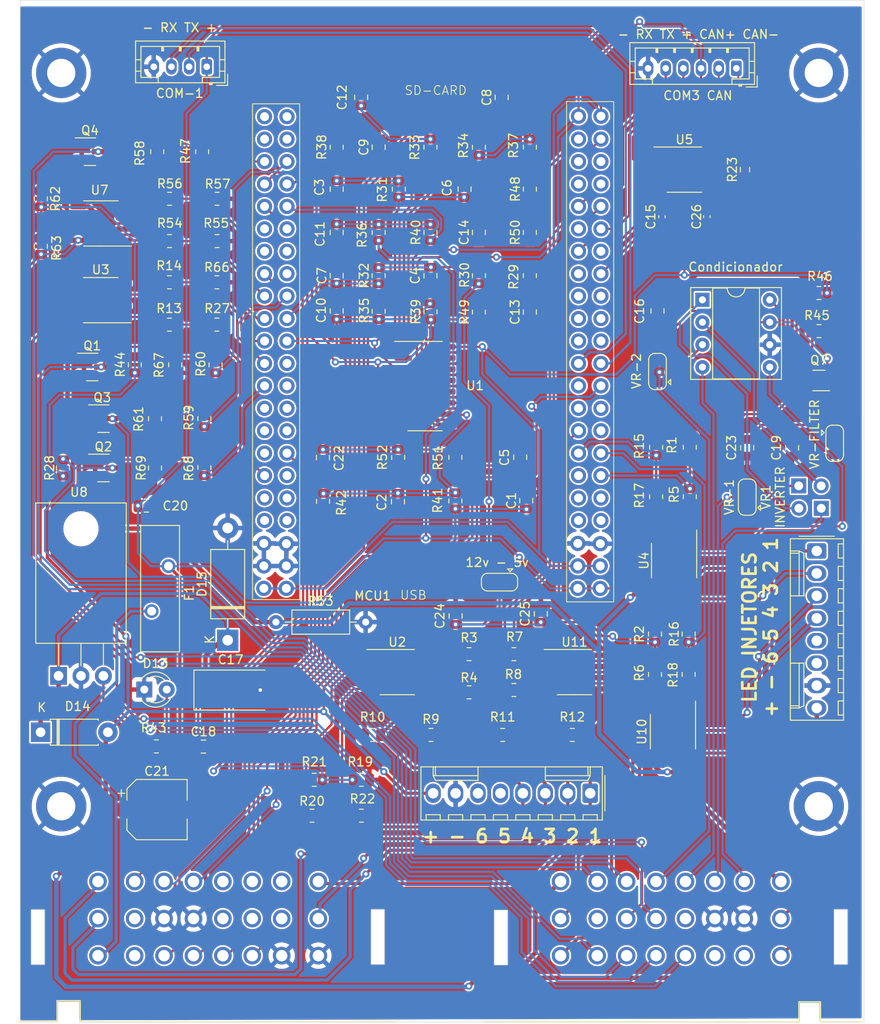
<source format=kicad_pcb>
(kicad_pcb (version 20221018) (generator pcbnew)
  (layers (0 "F.Cu" signal) (31 "B.Cu" signal) (34 "B.Paste" user) (35 "F.Paste" user) (36 "B.SilkS" user "B.Silkscreen") (37 "F.SilkS" user "F.Silkscreen") (38 "B.Mask" user) (39 "F.Mask" user) (44 "Edge.Cuts" user))
  (net 0 "")
  (net 1 "IN-1")
  (net 2 "GND")
  (net 3 "ADC-Clamp-9")
  (net 4 "O2_Sensor")
  (net 5 "Net-(C4-Pad1)")
  (net 6 "IN-2")
  (net 7 "ADC-Clamp-3")
  (net 8 "ADC-Clamp-5")
  (net 9 "ADC-Clamp-1")
  (net 10 "TPS_Sensor")
  (net 11 "IAT_Sensor")
  (net 12 "CLT_Sensor")
  (net 13 "ADC-Clamp-2")
  (net 14 "ADC-Clamp-4")
  (net 15 "ADC-Clamp-6")
  (net 16 "ADC-Clamp-8")
  (net 17 "VRegIn")
  (net 18 "Net-(JP4-B)")
  (net 19 "+5V")
  (net 20 "ADC-Clamp-10")
  (net 21 "Net-(JP4-A)")
  (net 22 "Vdrive")
  (net 27 "INJ-1-OUT")
  (net 28 "INJ-4-OUT")
  (net 29 "INJ-2-OUT")
  (net 30 "INJ-3-OUT")
  (net 31 "Net-(D13-A)")
  (net 32 "12V-SW")
  (net 33 "+5VA")
  (net 34 "VR1-")
  (net 35 "Net-(IC3-Pin_2)")
  (net 36 "Net-(IC3-Pin_3)")
  (net 37 "VR2-")
  (net 38 "Net-(IC3-Pin_7)")
  (net 39 "Net-(IC3-Pin_8)")
  (net 40 "COM1-TX")
  (net 41 "COM1-RX")
  (net 42 "COM3-TX")
  (net 43 "COM3-RX")
  (net 45 "GNDPWR")
  (net 48 "OUT-1")
  (net 49 "OUT-2")
  (net 50 "OUT-3")
  (net 51 "BOOST-OUT")
  (net 52 "IGN-1-OUT")
  (net 53 "IGN-2-OUT")
  (net 54 "IGN-3-OUT")
  (net 55 "IGN-4-OUT")
  (net 56 "VR1+")
  (net 57 "VR2+")
  (net 58 "CAN-")
  (net 60 "FUELPUMP-OUT")
  (net 61 "FAN-OUT")
  (net 62 "TACHO-OUT")
  (net 63 "IDLE-OUT")
  (net 64 "MAP-EXT")
  (net 65 "+3V3")
  (net 71 "MCU-PUMP")
  (net 72 "MCU-IGN-3")
  (net 76 "MCU-OUT-2")
  (net 82 "MCU-IGN-2")
  (net 83 "MCU-IGN-4")
  (net 84 "MCU-IDLE-1")
  (net 89 "MCU-OUT-1")
  (net 97 "MCU-TACHO")
  (net 99 "CAN+")
  (net 100 "MCU-CAN-RX")
  (net 103 "MCU-IGN-1")
  (net 108 "MCU-INJ-1")
  (net 109 "MCU-INJ-2")
  (net 110 "MCU-INJ-3")
  (net 111 "MCU-INJ-4")
  (net 112 "ADC-Clamp-7")
  (net 116 "unconnected-(MCU1-PadPE5)")
  (net 117 "MCU-FAN")
  (net 118 "MCU-BOOST")
  (net 128 "Net-(Q1-G)")
  (net 129 "Net-(Q2-G)")
  (net 130 "Net-(Q3-G)")
  (net 131 "Net-(Q4-G)")
  (net 132 "Net-(U4-IN1)")
  (net 133 "Net-(U10-IN2)")
  (net 134 "Net-(U11-IN_A)")
  (net 135 "Net-(U11-IN_B)")
  (net 136 "Net-(U3-IN1)")
  (net 137 "Net-(U3-IN2)")
  (net 138 "Net-(U4-IN2)")
  (net 139 "Net-(U10-IN1)")
  (net 140 "Net-(U2-IN_A)")
  (net 141 "Net-(U2-IN_B)")
  (net 142 "Net-(U7-IN1)")
  (net 143 "Net-(U7-IN2)")
  (net 144 "MCU-OUT-3")
  (net 167 "Net-(IC3-Pin_1)")
  (net 168 "Net-(JP2-A)")
  (net 169 "MCU-CAN-TX")
  (net 170 "MCU-CAN-S")
  (footprint "Capacitor_SMD:C_0805_2012Metric" (layer "F.Cu") (at 148.8692 69.5228 90)
    (fp_text reference "C16")
    (fp_text value "0.1uF")
  )
  (footprint "Resistor_SMD:R_0805_2012Metric" (layer "F.Cu") (at 116.6112 117.5288)
    (fp_text reference "R10")
    (fp_text value "10k")
  )
  (footprint "Resistor_SMD:R_0805_2012Metric" (layer "F.Cu") (at 132.6132 112.4488 180)
    (fp_text reference "R8")
    (fp_text value "1k")
  )
  (footprint "Package_SO:SO-8_3.9x4.9mm_P1.27mm" (layer "F.Cu") (at 85.8264 68.3036 180)
    (fp_text reference "U3")
    (fp_text value "VNLD5090")
  )
  (footprint "Package_TO_SOT_SMD:SOT-23" (layer "F.Cu") (at 84.6072 51.4888)
    (fp_text reference "Q4")
    (fp_text value "2N7002")
  )
  (footprint "Connector_JST:JST_PH_B6B-PH-K_1x06_P2.00mm_Vertical" (layer "F.Cu") (at 157.801 42.054 180)
    (fp_text reference "J5" hide)
    (fp_text value "COM3 CAN")
  )
  (footprint "Capacitor_SMD:C_0402_1005Metric_Pad0.74x0.62mm_HandSolder" (layer "F.Cu") (at 154.4572 58.8548 90)
    (fp_text reference "C26")
    (fp_text value "100n")
  )
  (footprint "Capacitor_SMD:C_0805_2012Metric" (layer "F.Cu") (at 159.0292 85.0168 -90)
    (fp_text reference "C23")
    (fp_text value "4700pF")
  )
  (footprint "Resistor_SMD:R_0805_2012Metric" (layer "F.Cu") (at 93.5988 71.0722)
    (fp_text reference "R13")
    (fp_text value "1k")
  )
  (footprint "Resistor_SMD:R_0805_2012Metric" (layer "F.Cu") (at 115.3412 126.6728 180)
    (fp_text reference "R22")
    (fp_text value "1k")
  )
  (footprint "speeduino_connector_automotive:PinHeader_1x02" (layer "F.Cu") (at 164.8662 89.3298 90)
    (fp_text reference "JP5" hide)
    (fp_text value "VR1-JP-PLUS")
  )
  (footprint "Resistor_SMD:R_0805_2012Metric" (layer "F.Cu") (at 119.583 55.7306 90)
    (fp_text reference "R31")
    (fp_text value "47K")
  )
  (footprint "Connector_Molex:Molex_KK-254_AE-6410-08A_1x08_P2.54mm_Vertical" (layer "F.Cu") (at 141.2492 124.1328 180)
    (fp_text reference "J8" hide)
    (fp_text value "LED IGNICAO")
  )
  (footprint "Resistor_SMD:R_0805_2012Metric" (layer "F.Cu") (at 117.297 65.532 90)
    (fp_text reference "R32")
    (fp_text value "470R")
  )
  (footprint "Resistor_SMD:R_0805_2012Metric" (layer "F.Cu") (at 127.5332 108.3848 180)
    (fp_text reference "R3")
    (fp_text value "100k")
  )
  (footprint "Resistor_SMD:R_0805_2012Metric" (layer "F.Cu") (at 112.547 50.9808 -90)
    (fp_text reference "R38")
    (fp_text value "47K")
  )
  (footprint "Package_TO_SOT_SMD:SOT-363_SC-70-6" (layer "F.Cu") (at 167.1572 77.3968 180)
    (fp_text reference "Q7")
    (fp_text value "PMGD280UN")
  )
  (footprint "Resistor_SMD:R_0805_2012Metric" (layer "F.Cu") (at 99.009 56.8228)
    (fp_text reference "R57")
    (fp_text value "100k")
  )
  (footprint "Package_SO:SO-8_3.9x4.9mm_P1.27mm" (layer "F.Cu") (at 150.749 97.79 -90)
    (fp_text reference "U4")
    (fp_text value "VNLD5090")
  )
  (footprint "Package_TO_SOT_SMD:SOT-23" (layer "F.Cu") (at 86.1312 87.3028)
    (fp_text reference "Q2")
    (fp_text value "2N7002")
  )
  (footprint "Jumper:SolderJumper-3_P1.3mm_Bridged12_RoundedPad1.0x1.5mm" (layer "F.Cu") (at 148.8692 76.3808 90)
    (fp_text reference "JP3" hide)
    (fp_text value "VR-2")
  )
  (footprint "Resistor_SMD:R_0805_2012Metric" (layer "F.Cu") (at 94.2592 75.6188 -90)
    (fp_text reference "R67")
    (fp_text value "100k")
  )
  (footprint "Capacitor_SMD:C_0805_2012Metric" (layer "F.Cu") (at 112.547 55.7306 -90)
    (fp_text reference "C3")
    (fp_text value "0.1uF")
  )
  (footprint "Resistor_SMD:R_0805_2012Metric" (layer "F.Cu") (at 123.1644 69.6244 90)
    (fp_text reference "R39")
    (fp_text value "47K")
  )
  (footprint "Resistor_SMD:R_0805_2012Metric" (layer "F.Cu") (at 152.4 106.107 -90)
    (fp_text reference "R16")
    (fp_text value "100k")
  )
  (footprint "speeduino_connector_automotive:PinHeader_1x02" (layer "F.Cu") (at 167.4162 91.8698 -90)
    (fp_text reference "JP6" hide)
    (fp_text value "VR1-JP-MINUS")
  )
  (footprint "Package_SO:SOIC-8_3.9x4.9mm_P1.27mm" (layer "F.Cu") (at 119.4052 110.4168)
    (fp_text reference "U2")
    (fp_text value "TC4424A")
  )
  (footprint "Resistor_SMD:R_0805_2012Metric" (layer "F.Cu") (at 98.8312 75.6188 -90)
    (fp_text reference "R60")
    (fp_text value "1k")
  )
  (footprint "Resistor_SMD:R_0805_2012Metric" (layer "F.Cu") (at 152.527 84.963 90)
    (fp_text reference "R1")
    (fp_text value "100k")
  )
  (footprint "MountingHole:MountingHole_3.2mm_M3_ISO7380_Pad_TopBottom" (layer "F.Cu") (at 81.356 125.606)
    (fp_text reference "H3" hide)
    (fp_text value "MountingHole_Pad")
  )
  (footprint "Resistor_SMD:R_0805_2012Metric" (layer "F.Cu") (at 97.5612 81.7148 -90)
    (fp_text reference "R59")
    (fp_text value "1k")
  )
  (footprint "Resistor_SMD:R_0805_2012Metric" (layer "F.Cu") (at 125.984 91.0317 -90)
    (fp_text reference "R41")
    (fp_text value "47K")
  )
  (footprint "Resistor_SMD:R_0805_2012Metric" (layer "F.Cu") (at 98.9836 71.0722)
    (fp_text reference "R27")
    (fp_text value "100k")
  )
  (footprint "Resistor_SMD:R_0805_2012Metric" (layer "F.Cu") (at 134.417 50.9808 -90)
    (fp_text reference "R37")
    (fp_text value "100K")
  )
  (footprint "Resistor_SMD:R_0805_2012Metric" (layer "F.Cu") (at 79.0446 62.2076 90)
    (fp_text reference "R63")
    (fp_text value "10k")
  )
  (footprint "Resistor_SMD:R_0805_2012Metric" (layer "F.Cu") (at 115.3412 122.6088)
    (fp_text reference "R19")
    (fp_text value "100k")
  )
  (footprint "Resistor_SMD:R_0805_2012Metric" (layer "F.Cu") (at 128.651 50.9808 90)
    (fp_text reference "R34")
    (fp_text value "47K")
  )
  (footprint "Resistor_SMD:R_0805_2012Metric" (layer "F.Cu") (at 91.9732 87.3028 -90)
    (fp_text reference "R69")
    (fp_text value "100k")
  )
  (footprint "Resistor_SMD:R_0805_2012Metric" (layer "F.Cu") (at 117.297 69.5736 90)
    (fp_text reference "R35")
    (fp_text value "5.1K")
  )
  (footprint "Diode_THT:D_DO-15_P12.70mm_Horizontal" (layer "F.Cu") (at 100.203 106.807 90)
    (fp_text reference "D15")
    (fp_text value "D_TVS")
  )
  (footprint "Capacitor_SMD:CP_Elec_6.3x5.4" (layer "F.Cu") (at 92.202 125.984)
    (fp_text reference "C21")
    (fp_text value "47uF")
  )
  (footprint "Jumper:SolderJumper-3_P1.3mm_Bridged12_RoundedPad1.0x1.5mm" (layer "F.Cu") (at 159.0292 90.6048 90)
    (fp_text reference "JP2" hide)
    (fp_text value "VR-1")
  )
  (footprint "Capacitor_SMD:C_0805_2012Metric" (layer "F.Cu") (at 134.417 69.6498 90)
    (fp_text reference "C13")
    (fp_text value "0.22uF")
  )
  (footprint "Resistor_SMD:R_0805_2012Metric" (layer "F.Cu") (at 110.0072 122.6088)
    (fp_text reference "R21")
    (fp_text value "1k")
  )
  (footprint "Capacitor_SMD:C_0805_2012Metric" (layer "F.Cu") (at 117.297 50.9808 90)
    (fp_text reference "C9")
    (fp_text value "0.1uF")
  )
  (footprint "Resistor_SMD:R_0805_2012Metric" (layer "F.Cu") (at 119.507 86.106 -90)
    (fp_text reference "R52")
    (fp_text value "100K")
  )
  (footprint "Resistor_SMD:R_0805_2012Metric" (layer "F.Cu") (at 123.164 50.9808 -90)
    (fp_text reference "R33")
    (fp_text value "100K")
  )
  (footprint "Package_TO_SOT_SMD:SOT-23" (layer "F.Cu") (at 86.1312 81.7148)
    (fp_text reference "Q3")
    (fp_text value "2N7002")
  )
  (footprint "Resistor_SMD:R_0805_2012Metric" (layer "F.Cu") (at 152.4 110.679 90)
    (fp_text reference "R18")
    (fp_text value "1k")
  )
  (footprint "Resistor_SMD:R_0805_2012Metric" (layer "F.Cu") (at 89.6872 75.6188 -90)
    (fp_text reference "R44")
    (fp_text value "10k")
  )
  (footprint "Package_SO:SOIC-8_3.9x4.9mm_P1.27mm" (layer "F.Cu") (at 139.4712 110.4168)
    (fp_text reference "U11")
    (fp_text value "TC4424A")
  )
  (footprint "Resistor_SMD:R_0805_2012Metric" (layer "F.Cu") (at 81.5592 87.3028 -90)
    (fp_text reference "R28")
    (fp_text value "10k")
  )
  (footprint "Package_SO:SO-8_3.9x4.9mm_P1.27mm" (layer "F.Cu") (at 85.8518 59.6168 180)
    (fp_text reference "U7")
    (fp_text value "VNLD5090")
  )
  (footprint "Resistor_SMD:R_0805_2012Metric" (layer "F.Cu") (at 134.417 55.7306 90)
    (fp_text reference "R48")
    (fp_text value "100K")
  )
  (footprint "Resistor_SMD:R_0805_2012Metric" (layer "F.Cu") (at 139.2172 117.5288 180)
    (fp_text reference "R12")
    (fp_text value "10k")
  )
  (footprint "Diode_THT:D_DO-41_SOD81_P7.62mm_Horizontal" (layer "F.Cu") (at 79.0192 117.221)
    (fp_text reference "D14")
    (fp_text value "SB230TA")
  )
  (footprint "Resistor_SMD:R_0805_2012Metric" (layer "F.Cu") (at 92.1275 118.83 180)
    (fp_text reference "R43")
    (fp_text value "1.5K")
  )
  (footprint "Capacitor_SMD:C_0805_2012Metric" (layer "F.Cu") (at 119.4816 91.12 -90)
    (fp_text reference "C2")
    (fp_text value "0.22uF")
  )
  (footprint "Capacitor_SMD:C_0805_2012Metric" (layer "F.Cu") (at 112.5472 69.5228 90)
    (fp_text reference "C10")
    (fp_text value "0.1uF")
  )
  (footprint "Package_SO:SOIC-8_3.9x4.9mm_P1.27mm" (layer "F.Cu") (at 151.9172 53.5208)
    (fp_text reference "U5")
    (fp_text value "TJA1051T-3")
  )
  (footprint "Resistor_SMD:R_0805_2012Metric" (layer "F.Cu") (at 97.5612 87.252 -90)
    (fp_text reference "R68")
    (fp_text value "1k")
  )
  (footprint "Resistor_THT:R_Axial_DIN0207_L6.3mm_D2.5mm_P10.16mm_Horizontal" (layer "F.Cu") (at 105.6638 104.7526)
    (fp_text reference "R53")
    (fp_text value "47R")
  )
  (footprint "Resistor_SMD:R_0805_2012Metric" (layer "F.Cu") (at 125.984 86.106 -90)
    (fp_text reference "R51")
    (fp_text value "47K")
  )
  (footprint "Resistor_SMD:R_0805_2012Metric" (layer "F.Cu") (at 91.9732 81.7148 -90)
    (fp_text reference "R61")
    (fp_text value "100k")
  )
  (footprint "Capacitor_SMD:C_0805_2012Metric" (layer "F.Cu") (at 131.221 45.339 90)
    (fp_text reference "C8")
    (fp_text value "470pf")
  )
  (footprint "Fuse:Fuse_BelFuse_0ZRE0055FF_L14.0mm_W4.1mm" (layer "F.Cu") (at 91.5972 103.515 90)
    (fp_text reference "F1")
    (fp_text value "Polyfuse")
  )
  (footprint "Capacitor_SMD:C_0805_2012Metric" (layer "F.Cu") (at 112.547 60.6328 -90)
    (fp_text reference "C11")
    (fp_text value "0.1uF")
  )
  (footprint "Resistor_SMD:R_0805_2012Metric" (layer "F.Cu") (at 123.2152 117.5288 180)
    (fp_text reference "R9")
    (fp_text value "10k")
  )
  (footprint "Package_SO:SO-8_3.9x4.9mm_P1.27mm" (layer "F.Cu") (at 150.622 117.156 -90)
    (fp_text reference "U10")
    (fp_text value "VNLD5090")
  )
  (footprint "Package_SO:SOIC-16_3.9x9.9mm_P1.27mm" (layer "F.Cu") (at 122.5548 78.0318)
    (fp_text reference "U1")
    (fp_text value "SP720")
  )
  (footprint "Connector_JST:JST_PH_B4B-PH-K_1x04_P2.00mm_Vertical" (layer "F.Cu") (at 97.8316 41.8762 180)
    (fp_text reference "J4" hide)
    (fp_text value "COM-1")
  )
  (footprint "Capacitor_SMD:C_0805_2012Metric" (layer "F.Cu") (at 134.0104 90.998 90)
    (fp_text reference "C1")
    (fp_text value "0.1uF")
  )
  (footprint "Capacitor_SMD:C_0805_2012Metric" (layer "F.Cu") (at 110.984 86.126 -90)
    (fp_text reference "C22")
    (fp_text value "0.22uF")
  )
  (footprint "LED_THT:LED_D3.0mm" (layer "F.Cu") (at 90.76 112.39)
    (fp_text reference "D13")
    (fp_text value "LED")
  )
  (footprint "Jumper:SolderJumper-3_P1.3mm_Bridged12_RoundedPad1.0x1.5mm" (layer "F.Cu") (at 168.9352 84.5088 -90)
    (fp_text reference "JP4" hide)
    (fp_text value "VR-FILTER")
  )
  (footprint "Resistor_SMD:R_0805_2012Metric" (layer "F.Cu") (at 93.6242 56.8228)
    (fp_text reference "R56")
    (fp_text value "1k")
  )
  (footprint "Capacitor_SMD:C_0805_2012Metric" (layer "F.Cu") (at 164.1092 85.0168 90)
    (fp_text reference "C19")
    (fp_text value "0.01uF")
  )
  (footprint "MountingHole:MountingHole_3.2mm_M3_ISO7380_Pad_TopBottom" (layer "F.Cu") (at 167.1318 125.606)
    (fp_text reference "H4" hide)
    (fp_text value "MountingHole_Pad")
  )
  (footprint "Resistor_SMD:R_0805_2012Metric" (layer "F.Cu") (at 148.59 106.107 90)
    (fp_text reference "R2")
    (fp_text value "100k")
  )
  (footprint "Resistor_SMD:R_0805_2012Metric" (layer "F.Cu") (at 167.1572 67.4908 180)
    (fp_text reference "R46")
    (fp_text value "1k")
  )
  (footprint "Resistor_SMD:R_0805_2012Metric" (layer "F.Cu") (at 132.6132 108.3848 180)
    (fp_text reference "R7")
    (fp_text value "1k")
  )
  (footprint "Resistor_SMD:R_0805_2012Metric" (layer "F.Cu") (at 110.998 91.0844 -90)
    (fp_text reference "R42")
    (fp_text value "100K")
  )
  (footprint "Capacitor_SMD:C_0805_2012Metric" (layer "F.Cu") (at 135.6612 103.8128 -90)
    (fp_text reference "C25")
    (fp_text value "1uF")
  )
  (footprint "Resistor_SMD:R_0805_2012Metric" (layer "F.Cu") (at 148.717 90.551 90)
    (fp_text reference "R17")
    (fp_text value "1k")
  )
  (footprint "Jumper:SolderJumper-3_P1.3mm_Bridged12_RoundedPad1.0x1.5mm" (layer "F.Cu") (at 130.9832 100.2284 180)
    (fp_text reference "JP1" hide)
    (fp_text value "12v - 5v")
  )
  (footprint "Resistor_SMD:R_0805_2012Metric" (layer "F.Cu") (at 79.0446 56.8228 -90)
    (fp_text reference "R62")
    (fp_text value "10k")
  )
  (footprint "Resistor_SMD:R_0805_2012Metric" (layer "F.Cu") (at 128.651 65.532 -90)
    (fp_text reference "R30")
    (fp_text value "10K")
  )
  (footprint "Resistor_SMD:R_0805_2012Metric" (layer "F.Cu") (at 131.3432 117.5288)
    (fp_text reference "R11")
    (fp_text value "10k")
  )
  (footprint "Resistor_SMD:R_0805_2012Metric" (layer "F.Cu") (at 148.717 84.963 90)
    (fp_text reference "R15")
    (fp_text value "100k")
  )
  (footprint "MountingHole:MountingHole_3.2mm_M3_ISO7380_Pad_TopBottom" (layer "F.Cu") (at 167.1318 42.5734)
    (fp_text reference "H2" hide)
    (fp_text value "MountingHole_Pad")
  )
  (footprint "Package_DIP:DIP-8_W7.62mm_Socket" (layer "F.Cu") (at 153.9592 68.2628)
    (fp_text reference "IC3" hide)
    (fp_text value "Condicionador")
  )
  (footprint "Resistor_SMD:R_0805_2012Metric" (layer "F.Cu") (at 93.6242 61.614933)
    (fp_text reference "R54")
    (fp_text value "1k")
  )
  (footprint "Capacitor_SMD:C_0805_2012Metric" (layer "F.Cu") (at 90.993 91.567)
    (fp_text reference "C20")
    (fp_text value "0.1uF")
  )
  (footprint "Resistor_SMD:R_0603_1608Metric_Pad0.98x0.95mm_HandSolder" (layer "F.Cu") (at 158.7752 53.5208 90)
    (fp_text reference "R23")
    (fp_text value "120")
  )
  (footprint "Resistor_SMD:R_0805_2012Metric" (layer "F.Cu") (at 134.417 65.532 90)
    (fp_text reference "R29")
    (fp_text value "1.5K")
  )
  (footprint "Resistor_SMD:R_0805_2012Metric" (layer "F.Cu") (at 92.2272 51.4888 -90)
    (fp_text reference "R58")
    (fp_text value "100k")
  )
  (footprint "Resistor_SMD:R_0805_2012Metric" (layer "F.Cu") (at 93.5988 66.280066)
    (fp_text reference "R14")
    (fp_text value "1k")
  )
  (footprint "Resistor_SMD:R_0805_2012Metric" (layer "F.Cu") (at 134.4166 60.6328 90)
    (fp_text reference "R50")
    (fp_text value "100K")
  )
  (footprint "Resistor_SMD:R_0805_2012Metric" (layer "F.Cu") (at 152.527 90.551 90)
    (fp_text reference "R5")
    (fp_text value "1k")
  )
  (footprint "Resistor_SMD:R_0805_2012Metric" (layer "F.Cu") (at 128.651 69.6498 90)
    (fp_text reference "R49")
    (fp_text value "100K")
  )
  (footprint "Package_TO_SOT_SMD:SOT-23" (layer "F.Cu") (at 84.8612 75.8728)
    (fp_text reference "Q1")
    (fp_text value "2N7002")
  )
  (footprint "Shields:Stm32_devebox_shield_Pin_Only" (layer "F.Cu") (at 144.9284 108.5556 90)
    (fp_text reference "MCU1")
    (fp_text value "MCU-STM32-DEVEBOX-SHIELD")
  )
  (footprint "Resistor_SMD:R_0805_2012Metric" (layer "F.Cu") (at 99.009 61.614933)
    (fp_text reference "R55")
    (fp_text value "100k")
  )
  (footprint "Package_TO_SOT_THT:TO-220-3_Horizontal_TabDown" (layer "F.Cu") (at 81.0512 110.8432)
    (fp_text reference "U8")
    (fp_text value "LM2940S-5.0")
  )
  (footprint "Resistor_SMD:R_0805_2012Metric" (layer "F.Cu") (at 109.7532 126.6728)
    (fp_text reference "R20")
    (fp_text value "100k")
  )
  (footprint "Resistor_SMD:R_0805_2012Metric" (layer "F.Cu") (at 97.3072 51.4888 -90)
    (fp_text reference "R47")
    (fp_text value "1k")
  )
  (footprint "speeduino_connector_automotive:Delphi_Sicma_24_Grey" (layer "F.Cu") (at 150.3714 150.0224)
    (fp_text reference "J6")
    (fp_text value "CONN_BLACK")
    (fp_rect (start -18.4658 -6.4389) (end -19.9898 -12.6619) (stroke (width 0.05)) (fill none) (layer "Edge.Cuts"))
    (fp_rect (start 20.0152 -6.5151) (end 18.4912 -12.7381) (stroke (width 0.05)) (fill none) (layer "Edge.Cuts"))
  )
  (footprint "Resistor_SMD:R_0805_2012Metric" (layer "F.Cu") (at 98.9836 66.280066)
    (fp_text reference "R66")
    (fp_text value "100k")
  )
  (footprint "MountingHole:MountingHole_3.2mm_M3_ISO7380_Pad_TopBottom" (layer "F.Cu") (at 81.356 42.5734)
    (fp_text reference "H1" hide)
    (fp_text value "MountingHole_Pad")
  )
  (footprint "Resistor_SMD:R_0805_2012Metric" (layer "F.Cu") (at 167.1572 71.8088 180)
    (fp_text reference "R45")
    (fp_text value "1k")
  )
  (footprint "Capacitor_SMD:C_0805_2012Metric" (layer "F.Cu") (at 127.0254 55.7306 90)
    (fp_text reference "C6")
    (fp_text value "0.22uF")
  )
  (footprint "Connector_Molex:Molex_KK-254_AE-6410-08A_1x08_P2.54mm_Vertical" (layer "F.Cu") (at 166.9032 96.7008 -90)
    (fp_text reference "J1" hide)
    (fp_text value "LED INJETORES")
  )
  (footprint "Capacitor_SMD:C_0805_2012Metric" (layer "F.Cu") (at 115.316 45.339 90)
    (fp_text reference "C12")
    (fp_text value "0.22uF")
  )
  (footprint "Capacitor_SMD:C_0805_2012Metric" (layer "F.Cu") (at 126.0092 104.0668 -90)
    (fp_text reference "C24")
    (fp_text value "0.1uF")
  )
  (footprint "speeduino_connector_automotive:Delphi_Sicma_24_Black" (layer "F.Cu") (at 97.9942 150.0224)
    (fp_text reference "J7")
    (fp_text value "CONN_GREY")
    (fp_rect (start -18.5166 -6.4897) (end -20.0406 -12.7127) (stroke (width 0.05)) (fill none) (layer "Edge.Cuts"))
    (fp_rect (start 19.9644 -6.5151) (end 18.4404 -12.7381) (stroke (width 0.05)) (fill none) (layer "Edge.Cuts"))
  )
  (footprint "Capacitor_SMD:C_0805_2012Metric" (layer "F.Cu") (at 112.547 65.532 90)
    (fp_text reference "C7")
    (fp_text value "0.22uF")
  )
  (footprint "Capacitor_SMD:C_0805_2012Metric" (layer "F.Cu") (at 128.651 60.6328 90)
    (fp_text reference "C14")
    (fp_text value "0.22uF")
  )
  (footprint "Capacitor_SMD:C_0805_2012Metric" (layer "F.Cu") (at 133.3244 86.0836 90)
    (fp_text reference "C5")
    (fp_text value "0.1uF")
  )
  (footprint "Resistor_SMD:R_0805_2012Metric" (layer "F.Cu") (at 148.59 110.679 90)
    (fp_text reference "R6")
    (fp_text value "1k")
  )
  (footprint "Capacitor_SMD:C_0402_1005Metric_Pad0.74x0.62mm_HandSolder" (layer "F.Cu") (at 149.3772 58.8548 -90)
    (fp_text reference "C15")
    (fp_text value "100n")
  )
  (footprint "Capacitor_Tantalum_SMD:CP_EIA-7343-31_Kemet-D" (layer "F.Cu") (at 100.7872 112.4458)
    (fp_text reference "C17")
    (fp_text value "10uF")
  )
  (footprint "Capacitor_SMD:C_0805_2012Metric" (layer "F.Cu") (at 97.4596 118.8496)
    (fp_text reference "C18")
    (fp_text value "0.1uF")
  )
  (footprint "Resistor_SMD:R_0805_2012Metric" (layer "F.Cu") (at 123.164 60.6328 90)
    (fp_text reference "R40")
    (fp_text value "47K")
  )
  (footprint "Capacitor_SMD:C_0805_2012Metric" (layer "F.Cu") (at 123.164 65.532 -90)
    (fp_text reference "C4")
    (fp_text value "0.1uF")
  )
  (footprint "Resistor_SMD:R_0805_2012Metric" (layer "F.Cu") (at 127.5332 112.7028)
    (fp_text reference "R4")
    (fp_text value "100k")
  )
  (footprint "Resistor_SMD:R_0805_2012Metric" (layer "F.Cu") (at 117.297 60.6328 -90)
    (fp_text reference "R36")
    (fp_text value "5.1K")
  )
  (gr_poly (pts (xy 76.7078 150.040801) (xy 80.975 150.040806) (xy 80.975 147.7294) (xy 83.413399 147.7294) (xy 83.4134 150.040808) (xy 164.9728 150.040903) (xy 164.9728 147.8564) (xy 167.236124 147.8564) (xy 167.2334 150.040905) (xy 172.2626 150.040911) (xy 172.2626 34.3408) (xy 76.7078 34.3408)) (stroke (width 0.05)) (fill none) (layer "Edge.Cuts"))
  (gr_text "VR1\nINVERTER" (at 163.3472 90.6048 90) (layer "F.SilkS") (effects (font (size 1 1)) (justify bottom)))
  (gr_text "LED INJETORES\n+ - 6 5 4 3 2 1" (at 162.5852 105.3368 90) (layer "F.SilkS") (effects (font (size 1.5 1.5) (thickness 0.3)) (justify bottom)))
  (gr_text "- RX TX +" (at 90.4492 38.0268) (layer "F.SilkS") (effects (font (size 1 1)) (justify left bottom)))
  (gr_text "+ - 6 5 4 3 2 1" (at 132.41 129.8732) (layer "F.SilkS") (effects (font (size 1.5 1.5) (thickness 0.3)) (justify bottom)))
  (gr_text "- RX TX + CAN+ CAN-" (at 144.2972 38.7888) (layer "F.SilkS") (effects (font (size 1 1)) (justify left bottom)))
  (segment (start 125.9838 95.4308) (end 125.9838 91.9256) (width 0.25) (layer "F.Cu") (net 1))
  (segment (start 109.2452 111.6868) (end 111.506 109.426) (width 0.25) (layer "F.Cu") (net 1))
  (segment (start 109.2452 116.3068) (end 109.2452 111.6868) (width 0.25) (layer "F.Cu") (net 1))
  (segment (start 104.6732 120.8788) (end 109.2452 116.3068) (width 0.25) (layer "F.Cu") (net 1))
  (segment (start 124.1296 97.285) (end 125.9838 95.4308) (width 0.25) (layer "F.Cu") (net 1))
  (segment (start 111.506 109.426) (end 111.506 101.298) (width 0.25) (layer "F.Cu") (net 1))
  (segment (start 111.506 101.298) (end 115.519 97.285) (width 0.25) (layer "F.Cu") (net 1))
  (segment (start 115.519 97.285) (end 124.1296 97.285) (width 0.25) (layer "F.Cu") (net 1))
  (segment (start 125.9838 91.9256) (end 125.984 91.948) (width 0.25) (layer "F.Cu") (net 1))
  (segment (start 104.6732 123.8788) (end 104.6732 120.8788) (width 0.25) (layer "F.Cu") (net 1))
  (via (at 125.9838 91.9256) (size 0.8) (drill 0.4) (layers "F.Cu" "B.Cu") (net 1))
  (via (at 134.0356 91.9764) (size 0.8) (drill 0.4) (layers "F.Cu" "B.Cu") (net 1))
  (via (at 104.6732 123.8788) (size 0.8) (drill 0.4) (layers "F.Cu" "B.Cu") (net 1))
  (segment (start 104.6732 123.8788) (end 94.186 134.366) (width 0.25) (layer "B.Cu") (net 1))
  (segment (start 133.9848 91.9256) (end 134.0356 91.9764) (width 0.25) (layer "B.Cu") (net 1))
  (segment (start 125.9838 91.9256) (end 133.9848 91.9256) (width 0.25) (layer "B.Cu") (net 1))
  (segment (start 94.186 134.366) (end 93.19 134.366) (width 0.25) (layer "B.Cu") (net 1))
  (segment (start 119.507 86.995) (end 119.518548 87.006548) (width 0.25) (layer "F.Cu") (net 2))
  (segment (start 112.2932 64.5088) (end 112.5472 64.2548) (width 0.5) (layer "F.Cu") (net 2))
  (segment (start 134.3406 68.5038) (end 134.3406 66.548) (width 0.5) (layer "F.Cu") (net 2))
  (segment (start 119.507 87.0185) (end 119.507 86.995) (width 0.25) (layer "F.Cu") (net 2))
  (segment (start 129.0572 59.6828) (end 129.0318 59.6422) (width 0.25) (layer "F.Cu") (net 2))
  (segment (start 134.3406 66.548) (end 134.3914 66.4972) (width 0.5) (layer "F.Cu") (net 2))
  (segment (start 134.3285 59.6828) (end 134.366 59.7203) (width 0.25) (layer "F.Cu") (net 2))
  (via (at 103.8997 112.4458) (size 0.8) (drill 0.4) (layers "F.Cu" "B.Cu") (net 2))
  (segment (start 109.2198 73.5614) (end 109.2198 65.5096) (width 0.25) (layer "F.Cu") (net 3))
  (segment (start 127.254 81.283) (end 125.106 81.283) (width 0.25) (layer "F.Cu") (net 3))
  (segment (start 110.998 90.17) (end 111.506 90.17) (width 0.25) (layer "F.Cu") (net 3))
  (segment (start 110.998 90.1719) (end 111.0221 90.1719) (width 0.25) (layer "F.Cu") (net 3))
  (segment (start 109.2198 65.5096) (end 107.6958 63.9856) (width 0.25) (layer "F.Cu") (net 3))
  (segment (start 111.0751 90.1719) (end 111.5041 90.1719) (width 0.25) (layer "F.Cu") (net 3))
  (segment (start 102.819 66.2862) (end 104.3784 67.8456) (width 0.25) (layer "F.Cu") (net 3))
  (segment (start 113.0552 77.3968) (end 109.2198 73.5614) (width 0.25) (layer "F.Cu") (net 3))
  (segment (start 111.5041 90.1719) (end 113.0552 88.6208) (width 0.25) (layer "F.Cu") (net 3))
  (segment (start 107.6958 63.9856) (end 103.073 63.9856) (width 0.25) (layer "F.Cu") (net 3))
  (segment (start 111.0221 90.1719) (end 111.0486 90.1984) (width 0.25) (layer "F.Cu") (net 3))
  (segment (start 103.073 63.9856) (end 102.819 64.2396) (width 0.25) (layer "F.Cu") (net 3))
  (segment (start 102.819 64.2396) (end 102.819 66.2862) (width 0.25) (layer "F.Cu") (net 3))
  (segment (start 111.0486 90.1984) (end 111.0751 90.1719) (width 0.25) (layer "F.Cu") (net 3))
  (segment (start 125.106 81.283) (end 125.0298 81.2068) (width 0.25) (layer "F.Cu") (net 3))
  (segment (start 113.0552 88.6208) (end 113.0552 77.3968) (width 0.25) (layer "F.Cu") (net 3))
  (via (at 127.254 81.283) (size 0.8) (drill 0.4) (layers "F.Cu" "B.Cu") (net 3))
  (via (at 125.9838 90.0968) (size 0.8) (drill 0.4) (layers "F.Cu" "B.Cu") (net 3))
  (via (at 119.4814 90.1476) (size 0.8) (drill 0.4) (layers "F.Cu" "B.Cu") (net 3))
  (via (at 111.0486 90.1984) (size 0.8) (drill 0.4) (layers "F.Cu" "B.Cu") (net 3))
  (segment (start 125.933 90.1476) (end 125.9838 90.0968) (width 0.25) (layer "B.Cu") (net 3))
  (segment (start 119.504 90.1476) (end 119.4816 90.17) (width 0.25) (layer "B.Cu") (net 3))
  (segment (start 119.4814 90.1476) (end 125.933 90.1476) (width 0.25) (layer "B.Cu") (net 3))
  (segment (start 111.0486 90.1984) (end 119.4306 90.1984) (width 0.25) (layer "B.Cu") (net 3))
  (segment (start 127.254 81.283) (end 127.254 82.0956) (width 0.25) (layer "B.Cu") (net 3))
  (segment (start 119.4814 90.1476) (end 119.504 90.1476) (width 0.25) (layer "B.Cu") (net 3))
  (segment (start 124.206 88.319) (end 125.9838 90.0968) (width 0.25) (layer "B.Cu") (net 3))
  (segment (start 124.206 85.1436) (end 124.206 88.319) (width 0.25) (layer "B.Cu") (net 3))
  (segment (start 127.254 82.0956) (end 124.206 85.1436) (width 0.25) (layer "B.Cu") (net 3))
  (segment (start 119.4797 90.1719) (end 119.4814 90.1702) (width 0.25) (layer "B.Cu") (net 3))
  (segment (start 119.4814 90.1702) (end 119.4814 90.1476) (width 0.25) (layer "B.Cu") (net 3))
  (segment (start 119.4306 90.1984) (end 119.4814 90.1476) (width 0.25) (layer "B.Cu") (net 3))
  (segment (start 109.198 100.298416) (end 109.198 103.734396) (width 0.25) (layer "F.Cu") (net 4))
  (segment (start 110.2612 71.8088) (end 113.5632 75.1108) (width 0.25) (layer "F.Cu") (net 4))
  (segment (start 113.5632 95.933216) (end 109.198 100.298416) (width 0.25) (layer "F.Cu") (net 4))
  (segment (start 112.547 54.7806) (end 111.9122 54.7806) (width 0.25) (layer "F.Cu") (net 4))
  (segment (start 92.151 131.4226) (end 89.86 133.7136) (width 0.25) (layer "F.Cu") (net 4))
  (segment (start 89.86 133.7136) (end 89.86 134.366) (width 0.25) (layer "F.Cu") (net 4))
  (segment (start 109.198 103.734396) (end 100.6092 112.323196) (width 0.25) (layer "F.Cu") (net 4))
  (segment (start 113.5632 75.1108) (end 113.5632 95.933216) (width 0.25) (layer "F.Cu") (net 4))
  (segment (start 100.6092 112.323196) (end 100.6092 124.3868) (width 0.25) (layer "F.Cu") (net 4))
  (segment (start 111.9122 54.7806) (end 110.2612 56.4316) (width 0.25) (layer "F.Cu") (net 4))
  (segment (start 93.5734 131.4226) (end 92.151 131.4226) (width 0.25) (layer "F.Cu") (net 4))
  (segment (start 110.2612 56.4316) (end 110.2612 71.8088) (width 0.25) (layer "F.Cu") (net 4))
  (segment (start 100.6092 124.3868) (end 93.5734 131.4226) (width 0.25) (layer "F.Cu") (net 4))
  (via (at 112.547 54.7806) (size 0.8) (drill 0.4) (layers "F.Cu" "B.Cu") (net 4))
  (via (at 119.5576 54.7908) (size 0.8) (drill 0.4) (layers "F.Cu" "B.Cu") (net 4))
  (segment (start 112.5622 54.7654) (end 119.5322 54.7654) (width 0.25) (layer "B.Cu") (net 4))
  (segment (start 119.5322 54.7654) (end 119.5576 54.7908) (width 0.25) (layer "B.Cu") (net 4))
  (segment (start 112.547 54.7806) (end 112.5622 54.7654) (width 0.25) (layer "B.Cu") (net 4))
  (segment (start 123.2154 64.5668) (end 128.5983 64.5668) (width 0.25) (layer "F.Cu") (net 5))
  (segment (start 128.651 64.6195) (end 134.417 64.6195) (width 0.25) (layer "F.Cu") (net 5))
  (segment (start 128.5983 64.5668) (end 128.651 64.6195) (width 0.25) (layer "F.Cu") (net 5))
  (via (at 123.2154 64.5668) (size 0.8) (drill 0.4) (layers "F.Cu" "B.Cu") (net 5))
  (via (at 117.297 64.6195) (size 0.8) (drill 0.4) (layers "F.Cu" "B.Cu") (net 5))
  (segment (start 117.3243 64.5922) (end 123.19 64.5922) (width 0.25) (layer "B.Cu") (net 5))
  (segment (start 123.19 64.5922) (end 123.2154 64.5668) (width 0.25) (layer "B.Cu") (net 5))
  (segment (start 117.297 64.6195) (end 117.3243 64.5922) (width 0.25) (layer "B.Cu") (net 5))
  (segment (start 127.889 89.281) (end 125.984 87.376) (width 0.25) (layer "F.Cu") (net 6))
  (segment (start 125.2472 97.7676) (end 127.889 95.1258) (width 0.25) (layer "F.Cu") (net 6))
  (segment (start 105.6892 125.4028) (end 105.6892 120.6248) (width 0.25) (layer "F.Cu") (net 6))
  (segment (start 127.889 95.1258) (end 127.889 89.281) (width 0.25) (layer "F.Cu") (net 6))
  (segment (start 109.7532 116.5608) (end 109.7532 111.93375) (width 0.25) (layer "F.Cu") (net 6))
  (segment (start 105.6892 120.6248) (end 109.7532 116.5608) (width 0.25) (layer "F.Cu") (net 6))
  (segment (start 125.984 87.0185) (end 133.3093 87.0185) (width 0.25) (layer "F.Cu") (net 6))
  (segment (start 115.7984 97.7676) (end 125.2472 97.7676) (width 0.25) (layer "F.Cu") (net 6))
  (segment (start 109.7532 111.93375) (end 112.014 109.67295) (width 0.25) (layer "F.Cu") (net 6))
  (segment (start 112.014 109.67295) (end 112.014 101.552) (width 0.25) (layer "F.Cu") (net 6))
  (segment (start 133.3093 87.0185) (end 133.3244 87.0336) (width 0.25) (layer "F.Cu") (net 6))
  (segment (start 112.014 101.552) (end 115.7984 97.7676) (width 0.25) (layer "F.Cu") (net 6))
  (segment (start 125.984 87.376) (end 125.984 87.0185) (width 0.25) (layer "F.Cu") (net 6))
  (via (at 105.6892 125.4028) (size 0.8) (drill 0.4) (layers "F.Cu" "B.Cu") (net 6))
  (segment (start 105.6892 125.4028) (end 96.726 134.366) (width 0.25) (layer "B.Cu") (net 6))
  (segment (start 96.726 134.366) (end 96.52 134.366) (width 0.25) (layer "B.Cu") (net 6))
  (segment (start 119.1512 58.4992) (end 119.1512 70.8408) (width 0.25) (layer "F.Cu") (net 7))
  (segment (start 120.0798 76.1268) (end 119.202 76.1268) (width 0.25) (layer "F.Cu") (net 7))
  (segment (start 116.7892 73.2028) (end 116.84 73.152) (width 0.25) (layer "F.Cu") (net 7))
  (segment (start 133.8184 56.6522) (end 133.8832 56.5874) (width 0.25) (layer "F.Cu") (net 7))
  (segment (start 119.5832 56.5874) (end 119.5576 56.613) (width 0.25) (layer "F.Cu") (net 7))
  (segment (start 119.202 76.1268) (end 116.84 73.7648) (width 0.25) (layer "F.Cu") (net 7))
  (segment (start 119.5576 58.0928) (end 119.1512 58.4992) (width 0.25) (layer "F.Cu") (net 7))
  (segment (start 116.84 73.7648) (end 116.84 73.152) (width 0.25) (layer "F.Cu") (net 7))
  (segment (start 127.0254 56.6522) (end 133.8184 56.6522) (width 0.25) (layer "F.Cu") (net 7))
  (segment (start 119.5576 56.613) (end 119.5576 58.0928) (width 0.25) (layer "F.Cu") (net 7))
  (segment (start 119.5832 56.5912) (end 119.126 56.5912) (width 0.25) (layer "F.Cu") (net 7))
  (segment (start 119.1512 70.8408) (end 116.84 73.152) (width 0.25) (layer "F.Cu") (net 7))
  (via (at 119.5576 56.6196) (size 0.8) (drill 0.4) (layers "F.Cu" "B.Cu") (net 7))
  (via (at 116.84 73.152) (size 0.8) (drill 0.4) (layers "F.Cu" "B.Cu") (net 7))
  (via (at 126.9744 56.645) (size 0.8) (drill 0.4) (layers "F.Cu" "B.Cu") (net 7))
  (segment (start 126.9744 56.645) (end 126.9744 56.6196) (width 0.25) (layer "B.Cu") (net 7))
  (segment (start 119.5576 56.6196) (end 126.9744 56.645) (width 0.25) (layer "B.Cu") (net 7))
  (segment (start 119.5832 56.5912) (end 119.5832 56.5874) (width 0.25) (layer "B.Cu") (net 7))
  (segment (start 116.6136 72.9256) (end 116.84 73.152) (width 0.25) (layer "B.Cu") (net 7))
  (segment (start 106.9184 72.9256) (end 116.6136 72.9256) (width 0.25) (layer "B.Cu") (net 7))
  (segment (start 116.0778 67.49995) (end 116.0778 75.9458) (width 0.25) (layer "F.Cu") (net 8))
  (segment (start 116.0778 75.9458) (end 118.7988 78.6668) (width 0.25) (layer "F.Cu") (net 8))
  (segment (start 118.7988 78.6668) (end 120.0798 78.6668) (width 0.25) (layer "F.Cu") (net 8))
  (segment (start 117.094 66.48375) (end 116.0778 67.49995) (width 0.25) (layer "F.Cu") (net 8))
  (via (at 112.547 66.4088) (size 0.8) (drill 0.4) (layers "F.Cu" "B.Cu") (net 8))
  (via (at 117.297 66.4445) (size 0.8) (drill 0.4) (layers "F.Cu" "B.Cu") (net 8))
  (segment (start 110.8708 66.421) (end 110.8708 66.4332) (width 0.25) (layer "B.Cu") (net 8))
  (segment (start 110.8708 66.4332) (end 106.9184 70.3856) (width 0.25) (layer "B.Cu") (net 8))
  (segment (start 117.297 66.4445) (end 117.2735 66.421) (width 0.25) (layer "B.Cu") (net 8))
  (segment (start 117.2735 66.421) (end 110.8708 66.421) (width 0.25) (layer "B.Cu") (net 8))
  (segment (start 129.0572 51.8933) (end 127.3827 51.8933) (width 0.25) (layer "F.Cu") (net 9))
  (segment (start 113.8172 42.5988) (end 116.8652 42.5988) (width 0.25) (layer "F.Cu") (net 9))
  (segment (start 134.417 50.0683) (end 134.417 49.485) (width 0.25) (layer "F.Cu") (net 9))
  (segment (start 134.39 49.458) (end 134.39 49.5615) (width 0.25) (layer "F.Cu") (net 9))
  (segment (start 105.673 53.851) (end 108.2038 53.851) (width 0.25) (layer "F.Cu") (net 9))
  (segment (start 120.1672 73.4994) (end 120.0798 73.5868) (width 0.25) (layer "F.Cu") (net 9))
  (segment (start 116.8652 42.5988) (end 120.5554 46.289) (width 0.25) (layer "F.Cu") (net 9))
  (segment (start 134.417 49.485) (end 133.882 48.95) (width 0.25) (layer "F.Cu") (net 9))
  (segment (start 133.882 48.95) (end 134.39 49.458) (width 0.25) (layer "F.Cu") (net 9))
  (segment (start 108.2038 53.851) (end 109.227 52.8278) (width 0.25) (layer "F.Cu") (net 9))
  (segment (start 104.3784 55.1456) (end 105.673 53.851) (width 0.25) (layer "F.Cu") (net 9))
  (segment (start 120.5554 46.289) (end 131.221 46.289) (width 0.25) (layer "F.Cu") (net 9))
  (segment (start 127.3827 51.8933) (end 120.1672 59.1088) (width 0.25) (layer "F.Cu") (net 9))
  (segment (start 129.0572 51.9968) (end 129.0572 51.8933) (width 0.25) (layer "F.Cu") (net 9))
  (segment (start 109.227 52.8278) (end 109.227 47.189) (width 0.25) (layer "F.Cu") (net 9))
  (segment (start 131.221 46.289) (end 133.882 48.95) (width 0.25) (layer "F.Cu") (net 9))
  (segment (start 109.227 47.189) (end 113.8172 42.5988) (width 0.25) (layer "F.Cu") (net 9))
  (segment (start 120.1672 59.1088) (end 120.1672 73.4994) (width 0.25) (layer "F.Cu") (net 9))
  (via (at 134.417 50.0683) (size 0.8) (drill 0.4) (layers "F.Cu" "B.Cu") (net 9))
  (via (at 128.651 51.8933) (size 0.8) (drill 0.4) (layers "F.Cu" "B.Cu") (net 9))
  (segment (start 130.4307 51.8933) (end 132.283 50.041) (width 0.25) (layer "B.Cu") (net 9))
  (segment (start 132.283 50.041) (end 134.3897 50.041) (width 0.25) (layer "B.Cu") (net 9))
  (segment (start 134.3897 50.041) (end 134.417 50.0683) (width 0.25) (layer "B.Cu") (net 9))
  (segment (start 128.651 51.8933) (end 130.4307 51.8933) (width 0.25) (layer "B.Cu") (net 9))
  (segment (start 110.548 108.86) (end 110.548 100.857604) (width 0.25) (layer "F.Cu") (net 10))
  (segment (start 101.4984 141.1176) (end 101.4984 132.842) (width 0.25) (layer "F.Cu") (net 10))
  (segment (start 115.0872 96.318404) (end 115.0872 55.8068) (width 0.25) (layer "F.Cu") (net 10))
  (segment (start 117.3732 53.5208) (end 117.3732 52.007) (width 0.25) (layer "F.Cu") (net 10))
  (segment (start 117.2595 51.8933) (end 117.297 51.9308) (width 0.25) (layer "F.Cu") (net 10))
  (segment (start 103.1492 131.1912) (end 103.1492 120.8788) (width 0.25) (layer "F.Cu") (net 10))
  (segment (start 101.4984 132.842) (end 103.1492 131.1912) (width 0.25) (layer "F.Cu") (net 10))
  (segment (start 110.548 100.857604) (end 115.0872 96.318404) (width 0.25) (layer "F.Cu") (net 10))
  (segment (start 117.3732 52.007) (end 117.297 51.9308) (width 0.25) (layer "F.Cu") (net 10))
  (segment (start 112.547 51.8933) (end 117.2595 51.8933) (width 0.25) (layer "F.Cu") (net 10))
  (segment (start 108.3452 111.0628) (end 110.548 108.86) (width 0.25) (layer "F.Cu") (net 10))
  (segment (start 99.85 142.766) (end 101.4984 141.1176) (width 0.25) (layer "F.Cu") (net 10))
  (segment (start 103.1492 120.8788) (end 108.3452 115.6828) (width 0.25) (layer "F.Cu") (net 10))
  (segment (start 108.3452 115.6828) (end 108.3452 111.0628) (width 0.25) (layer "F.Cu") (net 10))
  (segment (start 115.0872 55.8068) (end 117.3732 53.5208) (width 0.25) (layer "F.Cu") (net 10))
  (segment (start 117.2178 70.358) (end 117.3224 70.4626) (width 0.25) (layer "F.Cu") (net 11))
  (segment (start 114.0712 96.061612) (end 109.648 100.484812) (width 0.25) (layer "F.Cu") (net 11))
  (segment (start 107.4452 110.4388) (end 107.4452 115.0588) (width 0.25) (layer "F.Cu") (net 11))
  (segment (start 117.094 70.358) (end 117.2178 70.358) (width 0.25) (layer "F.Cu") (net 11))
  (segment (start 112.5472 70.4728) (end 112.5472 73.395602) (width 0.25) (layer "F.Cu") (net 11))
  (segment (start 102.1332 120.3708) (end 102.1332 126.162) (width 0.25) (layer "F.Cu") (net 11))
  (segment (start 94.742 141.214) (end 93.19 142.766) (width 0.25) (layer "F.Cu") (net 11))
  (segment (start 112.5472 73.395602) (end 114.0712 74.919602) (width 0.25) (layer "F.Cu") (net 11))
  (segment (start 109.648 100.484812) (end 109.648 108.236) (width 0.25) (layer "F.Cu") (net 11))
  (segment (start 117.427 70.358) (end 117.602 70.358) (width 0.25) (layer "F.Cu") (net 11))
  (segment (start 117.3224 70.4626) (end 117.427 70.358) (width 0.25) (layer "F.Cu") (net 11))
  (segment (start 107.4452 115.0588) (end 102.1332 120.3708) (width 0.25) (layer "F.Cu") (net 11))
  (segment (start 114.0712 74.919602) (end 114.0712 96.061612) (width 0.25) (layer "F.Cu") (net 11))
  (segment (start 94.742 133.5532) (end 94.742 141.214) (width 0.25) (layer "F.Cu") (net 11))
  (segment (start 102.1332 126.162) (end 94.742 133.5532) (width 0.25) (layer "F.Cu") (net 11))
  (segment (start 109.648 108.236) (end 107.4452 110.4388) (width 0.25) (layer "F.Cu") (net 11))
  (via (at 123.1136 68.71) (size 0.8) (drill 0.4) (layers "F.Cu" "B.Cu") (net 11))
  (via (at 112.5472 70.4626) (size 0.8) (drill 0.4) (layers "F.Cu" "B.Cu") (net 11))
  (via (at 117.3224 70.4626) (size 0.8) (drill 0.4) (layers "F.Cu" "B.Cu") (net 11))
  (segment (start 112.5472 70.4626) (end 117.3224 70.4626) (width 0.25) (layer "B.Cu") (net 11))
  (segment (start 121.361 70.4626) (end 123.1136 68.71) (width 0.25) (layer "B.Cu") (net 11))
  (segment (start 117.3224 70.4626) (end 121.361 70.4626) (width 0.25) (layer "B.Cu") (net 11))
  (segment (start 110.098 100.671208) (end 114.5792 96.190008) (width 0.25) (layer "F.Cu") (net 12))
  (segment (start 98.2216 133.1724) (end 102.6412 128.7528) (width 0.25) (layer "F.Cu") (net 12))
  (segment (start 107.8952 110.7508) (end 110.098 108.548) (width 0.25) (layer "F.Cu") (net 12))
  (segment (start 110.098 108.548) (end 110.098 100.671208) (width 0.25) (layer "F.Cu") (net 12))
  (segment (start 98.2216 141.0644) (end 98.2216 133.1724) (width 0.25) (layer "F.Cu") (net 12))
  (segment (start 102.6412 128.7528) (end 102.6412 120.6028) (width 0.25) (layer "F.Cu") (net 12))
  (segment (start 114.5792 61.6488) (end 112.6234 59.693) (width 0.25) (layer "F.Cu") (net 12))
  (segment (start 96.52 142.766) (end 98.2216 141.0644) (width 0.25) (layer "F.Cu") (net 12))
  (segment (start 112.6234 59.693) (end 112.2526 59.693) (width 0.25) (layer "F.Cu") (net 12))
  (segment (start 107.8952 115.3488) (end 107.8952 110.7508) (width 0.25) (layer "F.Cu") (net 12))
  (segment (start 114.5792 96.190008) (end 114.5792 61.6488) (width 0.25) (layer "F.Cu") (net 12))
  (segment (start 102.6412 120.6028) (end 107.8952 115.3488) (width 0.25) (layer "F.Cu") (net 12))
  (via (at 117.297 59.7203) (size 0.8) (drill 0.4) (layers "F.Cu" "B.Cu") (net 12))
  (via (at 112.547 59.6828) (size 0.8) (drill 0.4) (layers "F.Cu" "B.Cu") (net 12))
  (via (at 123.164 59.7203) (size 0.8) (drill 0.4) (layers "F.Cu" "B.Cu") (net 12))
  (segment (start 117.2989 59.7184) (end 123.1621 59.7184) (width 0.25) (layer "B.Cu") (net 12))
  (segment (start 112.5572 59.693) (end 112.547 59.6828) (width 0.25) (layer "B.Cu") (net 12))
  (segment (start 123.1621 59.7184) (end 123.164 59.7203) (width 0.25) (layer "B.Cu") (net 12))
  (segment (start 117.2697 59.693) (end 112.5572 59.693) (width 0.25) (layer "B.Cu") (net 12))
  (segment (start 117.297 59.7203) (end 117.2989 59.7184) (width 0.25) (layer "B.Cu") (net 12))
  (segment (start 117.297 59.7203) (end 117.2697 59.693) (width 0.25) (layer "B.Cu") (net 12))
  (segment (start 118.491 72.215) (end 118.491 74.222) (width 0.25) (layer "F.Cu") (net 13))
  (segment (start 110.8943 50.0683) (end 112.547 50.0683) (width 0.25) (layer "F.Cu") (net 13))
  (segment (start 123.164 50.0683) (end 121.8417 50.0683) (width 0.25) (layer "F.Cu") (net 13))
  (segment (start 119.6592 71.0468) (end 118.491 72.215) (width 0.25) (layer "F.Cu") (net 13))
  (segment (start 112.547 49.058) (end 115.316 46.289) (width 0.25) (layer "F.Cu") (net 13))
  (segment (start 123.164 50.0683) (end 123.698 50.0683) (width 0.25) (layer "F.Cu") (net 13))
  (segment (start 119.1258 74.8568) (end 120.0798 74.8568) (width 0.25) (layer "F.Cu") (net 13))
  (segment (start 119.6592 58.9028) (end 119.6592 71.0468) (width 0.25) (layer "F.Cu") (net 13))
  (segment (start 118.491 74.222) (end 119.1258 74.8568) (width 0.25) (layer "F.Cu") (net 13))
  (segment (start 109.677 51.2856) (end 110.8943 50.0683) (width 0.25) (layer "F.Cu") (net 13))
  (segment (start 121.8417 50.0683) (end 121.031 50.879) (width 0.25) (layer "F.Cu") (net 13))
  (segment (start 109.677 53.1144) (end 109.677 51.2856) (width 0.25) (layer "F.Cu") (net 13))
  (segment (start 121.031 57.531) (end 119.6592 58.9028) (width 0.25) (layer "F.Cu") (net 13))
  (segment (start 107.6458 55.1456) (end 109.677 53.1144) (width 0.25) (layer "F.Cu") (net 13))
  (segment (start 115.316 46.289) (end 115.316 46.797) (width 0.25) (layer "F.Cu") (net 13))
  (segment (start 112.547 50.0683) (end 112.547 49.058) (width 0.25) (layer "F.Cu") (net 13))
  (segment (start 121.031 50.879) (end 121.031 57.531) (width 0.25) (layer "F.Cu") (net 13))
  (segment (start 106.9184 55.1456) (end 107.6458 55.1456) (width 0.25) (layer "F.Cu") (net 13))
  (via (at 123.164 50.0683) (size 0.8) (drill 0.4) (layers "F.Cu" "B.Cu") (net 13))
  (via (at 115.316 46.289) (size 0.8) (drill 0.4) (layers "F.Cu" "B.Cu") (net 13))
  (segment (start 115.316 46.79) (end 118.567 50.041) (width 0.25) (layer "B.Cu") (net 13))
  (segment (start 115.316 46.289) (end 115.316 46.79) (width 0.25) (layer "B.Cu") (net 13))
  (segment (start 123.1367 50.041) (end 123.164 50.0683) (width 0.25) (layer "B.Cu") (net 13))
  (segment (start 118.567 50.041) (end 123.1367 50.041) (width 0.25) (layer "B.Cu") (net 13))
  (segment (start 109.7532 60.9884) (end 109.7532 72.5708) (width 0.25) (layer "F.Cu") (net 14))
  (segment (start 117.221 76.0762) (end 117.221 75.311) (width 0.25) (layer "F.Cu") (net 14))
  (segment (start 105.6746 58.9818) (end 107.7466 58.9818) (width 0.25) (layer "F.Cu") (net 14))
  (segment (start 107.7466 58.9818) (end 109.7532 60.9884) (width 0.25) (layer "F.Cu") (net 14))
  (segment (start 112.395 75.2126) (end 109.7532 72.5708) (width 0.25) (layer "F.Cu") (net 14))
  (segment (start 104.3784 57.6856) (end 105.6746 58.9818) (width 0.25) (layer "F.Cu") (net 14))
  (segment (start 112.395 75.311) (end 112.395 75.2126) (width 0.25) (layer "F.Cu") (net 14))
  (segment (start 118.5416 77.3968) (end 117.221 76.0762) (width 0.25) (layer "F.Cu") (net 14))
  (segment (start 120.0798 77.3968) (end 118.5416 77.3968) (width 0.25) (layer "F.Cu") (net 14))
  (segment (start 128.651 70.5623) (end 134.3791 70.5623) (width 0.25) (layer "F.Cu") (net 14))
  (segment (start 134.3791 70.5623) (end 134.3912 70.5744) (width 0.25) (layer "F.Cu") (net 14))
  (segment (start 128.778 70.485) (end 123.2163 70.485) (width 0.25) (layer "F.Cu") (net 14))
  (segment (start 123.2163 70.485) (end 123.1644 70.5369) (width 0.25) (layer "F.Cu") (net 14))
  (via (at 112.395 75.311) (size 0.8) (drill 0.4) (layers "F.Cu" "B.Cu") (net 14))
  (via (at 123.2152 70.5134) (size 0.8) (drill 0.4) (layers "F.Cu" "B.Cu") (net 14))
  (via (at 117.221 75.311) (size 0.8) (drill 0.4) (layers "F.Cu" "B.Cu") (net 14))
  (segment (start 123.2152 70.5134) (end 123.2152 72.4918) (width 0.25) (layer "B.Cu") (net 14))
  (segment (start 123.2152 72.4918) (end 120.396 75.311) (width 0.25) (layer "B.Cu") (net 14))
  (segment (start 120.396 75.311) (end 117.221 75.311) (width 0.25) (layer "B.Cu") (net 14))
  (segment (start 117.221 75.311) (end 112.395 75.311) (width 0.25) (layer "B.Cu") (net 14))
  (segment (start 129.0572 61.5828) (end 134.4033 61.5828) (width 0.25) (layer "F.Cu") (net 15))
  (segment (start 120.6752 71.3008) (end 120.6752 63.2208) (width 0.25) (layer "F.Cu") (net 15))
  (segment (start 123.078 61.5453) (end 129.0197 61.5453) (width 0.25) (layer "F.Cu") (net 15))
  (segment (start 120.6752 63.2208) (end 122.3507 61.5453) (width 0.25) (layer "F.Cu") (net 15))
  (segment (start 121.6152 72.2408) (end 120.6752 71.3008) (width 0.25) (layer "F.Cu") (net 15))
  (segment (start 122.3507 61.5453) (end 123.0355 61.5453) (width 0.25) (layer "F.Cu") (net 15))
  (segment (start 121.1578 79.9368) (end 121.6152 79.4794) (width 0.25) (layer "F.Cu") (net 15))
  (segment (start 121.6152 79.4794) (end 121.6152 72.2408) (width 0.25) (layer "F.Cu") (net 15))
  (segment (start 120.0798 79.9368) (end 121.1578 79.9368) (width 0.25) (layer "F.Cu") (net 15))
  (segment (start 129.0197 61.5453) (end 129.0572 61.5828) (width 0.25) (layer "F.Cu") (net 15))
  (via (at 123.164 61.5453) (size 0.8) (drill 0.4) (layers "F.Cu" "B.Cu") (net 15))
  (segment (start 123.3676 58.0674) (end 107.3002 58.0674) (width 0.25) (layer "B.Cu") (net 15))
  (segment (start 123.164 61.5453) (end 124.3582 60.3511) (width 0.25) (layer "B.Cu") (net 15))
  (segment (start 124.3582 60.3511) (end 124.3582 59.058) (width 0.25) (layer "B.Cu") (net 15))
  (segment (start 107.3002 58.0674) (end 106.9184 57.6856) (width 0.25) (layer "B.Cu") (net 15))
  (segment (start 124.3582 59.058) (end 123.3676 58.0674) (width 0.25) (layer "B.Cu") (net 15))
  (segment (start 169.9512 84.5088) (end 170.4592 84.0008) (width 0.25) (layer "F.Cu") (net 16))
  (segment (start 170.4592 77.9048) (end 170.4592 71.8088) (width 0.25) (layer "F.Cu") (net 16))
  (segment (start 123.6978 82.4768) (end 122.682 81.461) (width 0.25) (layer "F.Cu") (net 16))
  (segment (start 160.2992 37.7728) (end 142.1872 37.7728) (width 0.25) (layer "F.Cu") (net 16))
  (segment (start 122.2472 63.4268) (end 130.4034 63.4268) (width 0.25) (layer "F.Cu") (net 16))
  (segment (start 170.4592 84.0008) (end 170.4592 77.9048) (width 0.25) (layer "F.Cu") (net 16))
  (segment (start 161.8232 45.9008) (end 161.8232 39.2968) (width 0.25) (layer "F.Cu") (net 16))
  (segment (start 168.9352 84.5088) (end 169.9512 84.5088) (width 0.25) (layer "F.Cu") (net 16))
  (segment (start 122.682 71.682) (end 121.6912 70.6912) (width 0.25) (layer "F.Cu") (net 16))
  (segment (start 139.9284 40.0316) (end 139.9284 47.4756) (width 0.25) (layer "F.Cu") (net 16))
  (segment (start 121.6912 70.6912) (end 121.6912 63.9828) (width 0.25) (layer "F.Cu") (net 16))
  (segment (start 121.6912 63.9828) (end 122.2472 63.4268) (width 0.25) (layer "F.Cu") (net 16))
  (segment (start 170.4592 71.8088) (end 170.4592 54.5368) (width 0.25) (layer "F.Cu") (net 16))
  (segment (start 170.3172 78.0468) (end 170.4592 77.9048) (width 0.25) (layer "F.Cu") (net 16))
  (segment (start 125.0298 82.4768) (end 123.6978 82.4768) (width 0.25) (layer "F.Cu") (net 16))
  (segment (start 122.682 81.461) (end 122.682 71.682) (width 0.25) (layer "F.Cu") (net 16))
  (segment (start 168.0697 71.8088) (end 170.4592 71.8088) (width 0.25) (layer "F.Cu") (net 16))
  (segment (start 161.8232 39.2968) (end 160.2992 37.7728) (width 0.25) (layer "F.Cu") (net 16))
  (segment (start 142.1872 37.7728) (end 139.9284 40.0316) (width 0.25) (layer "F.Cu") (net 16))
  (segment (start 170.4592 54.5368) (end 161.8232 45.9008) (width 0.25) (layer "F.Cu") (net 16))
  (segment (start 168.1072 78.0468) (end 170.3172 78.0468) (width 0.25) (layer "F.Cu") (net 16))
  (via (at 130.632 63.4268) (size 0.8) (drill 0.4) (layers "F.Cu" "B.Cu") (net 16))
  (segment (start 130.632 63.4268) (end 135.5342 63.4268) (width 0.25) (layer "B.Cu") (net 16))
  (segment (start 137.617 61.344) (end 137.617 52.1746) (width 0.25) (layer "B.Cu") (net 16))
  (segment (start 137.617 49.787) (end 139.9284 47.4756) (width 0.25) (layer "B.Cu") (net 16))
  (segment (start 135.5342 63.4268) (end 137.617 61.344) (width 0.25) (layer "B.Cu") (net 16))
  (segment (start 137.617 52.1746) (end 137.617 49.787) (width 0.25) (layer "B.Cu") (net 16))
  (segment (start 97.6747 112.4458) (end 97.6884 112.4321) (width 0.5) (layer "F.Cu") (net 17))
  (segment (start 96.8652 113.2553) (end 97.6747 112.4458) (width 0.25) (layer "F.Cu") (net 17))
  (segment (start 79.0192 114.7348) (end 81.0512 112.7028) (width 0.5) (layer "F.Cu") (net 17))
  (segment (start 79.0192 117.221) (end 79.0192 114.7348) (width 0.5) (layer "F.Cu") (net 17))
  (segment (start 99.4918 106.807) (end 100.203 106.807) (width 0.5) (layer "F.Cu") (net 17))
  (segment (start 97.6884 112.4321) (end 97.6884 108.6104) (width 0.5) (layer "F.Cu") (net 17))
  (segment (start 97.6884 108.6104) (end 99.4918 106.807) (width 0.5) (layer "F.Cu") (net 17))
  (segment (start 81.0512 112.7028) (end 81.0512 110.8432) (width 0.5) (layer "F.Cu") (net 17))
  (segment (start 99.8758 106.4798) (end 100.203 106.807) (width 0.25) (layer "F.Cu") (net 17))
  (segment (start 96.8652 118.7988) (end 96.8652 113.2553) (width 0.25) (layer "F.Cu") (net 17))
  (segment (start 81.0512 106.299) (end 81.0512 110.8432) (width 0.35) (layer "B.Cu") (net 17))
  (segment (start 100.203 104.6766) (end 100.203 106.807) (width 0.35) (layer "B.Cu") (net 17))
  (segment (start 97.0532 101.5268) (end 100.203 104.6766) (width 0.35) (layer "B.Cu") (net 17))
  (segment (start 85.8234 101.5268) (end 97.0532 101.5268) (width 0.35) (layer "B.Cu") (net 17))
  (segment (start 83.1833 104.1669) (end 81.0512 106.299) (width 0.35) (layer "B.Cu") (net 17))
  (segment (start 99.9744 107.0356) (end 100.203 106.807) (width 0.25) (layer "B.Cu") (net 17))
  (segment (start 83.1833 104.1669) (end 85.8234 101.5268) (width 0.35) (layer "B.Cu") (net 17))
  (segment (start 166.9332 85.8088) (end 168.9352 85.8088) (width 0.25) (layer "F.Cu") (net 18))
  (segment (start 164.1092 84.0668) (end 165.1912 84.0668) (width 0.25) (layer "F.Cu") (net 18))
  (segment (start 165.1912 84.0668) (end 166.9332 85.8088) (width 0.25) (layer "F.Cu") (net 18))
  (segment (start 161.0612 93.9068) (end 158.0132 96.9548) (width 0.25) (layer "F.Cu") (net 19))
  (segment (start 118.6432 67.5162) (end 117.4983 68.6611) (width 0.25) (layer "F.Cu") (net 19))
  (segment (start 146.3292 37.2648) (end 99.5932 37.2648) (width 0.25) (layer "F.Cu") (net 19))
  (segment (start 90.6645 125.984) (end 91.215 125.4335) (width 0.25) (layer "F.Cu") (net 19))
  (segment (start 151.7902 54.1558) (end 151.9172 54.2828) (width 0.25) (layer "F.Cu") (net 19))
  (segment (start 117.297 62.7156) (end 118.6432 64.0618) (width 0.25) (layer "F.Cu") (net 19))
  (segment (start 132.2832 98.3488) (end 133.223 97.409) (width 0.25) (layer "F.Cu") (net 19))
  (segment (start 144.2026 100.9356) (end 142.3884 100.9356) (width 0.25) (layer "F.Cu") (net 19))
  (segment (start 97.8316 41.8762) (end 97.8316 40.9356) (width 0.25) (layer "F.Cu") (net 19))
  (segment (start 99.5932 37.2648) (end 97.8152 39.0428) (width 0.25) (layer "F.Cu") (net 19))
  (segment (start 122.6566 88.5698) (end 122.6566 95.2246) (width 0.25) (layer "F.Cu") (net 19))
  (segment (start 91.186 118.859) (end 91.215 118.83) (width 0.25) (layer "F.Cu") (net 19))
  (segment (start 151.9172 50.7268) (end 153.801 48.843) (width 0.25) (layer "F.Cu") (net 19))
  (segment (start 149.9447 58.2873) (end 149.3772 58.2873) (width 0.25) (layer "F.Cu") (net 19))
  (segment (start 89.9668 125.4192) (end 89.402 125.984) (width 0.35) (layer "F.Cu") (net 19))
  (segment (start 118.6432 64.0618) (end 118.6432 67.5162) (width 0.25) (layer "F.Cu") (net 19))
  (segment (start 146.8372 36.7568) (end 146.3292 37.2648) (width 0.25) (layer "F.Cu") (net 19))
  (segment (start 91.215 118.83) (end 91.215 118.2946) (width 0.25) (layer "F.Cu") (net 19))
  (segment (start 94.7926 99.7104) (end 93.4972 98.415) (width 0.35) (layer "F.Cu") (net 19))
  (segment (start 148.1834 96.9548) (end 144.2026 100.9356) (width 0.25) (layer "F.Cu") (net 19))
  (segment (start 117.4983 68.6611) (end 117.297 68.6611) (width 0.25) (layer "F.Cu") (net 19))
  (segment (start 94.7926 121.8559) (end 94.7926 99.7104) (width 0.35) (layer "F.Cu") (net 19))
  (segment (start 91.215 118.83) (end 87.6415 115.2565) (width 0.25) (layer "F.Cu") (net 19))
  (segment (start 97.8316 39.0592) (end 97.8316 41.8762) (width 0.25) (layer "F.Cu") (net 19))
  (segment (start 89.9668 120.0782) (end 89.9668 125.4192) (width 0.35) (layer "F.Cu") (net 19))
  (segment (start 132.2832 100.2284) (end 132.2832 98.3488) (width 0.25) (layer "F.Cu") (net 19))
  (segment (start 153.801 48.843) (end 153.801 42.054) (width 0.25) (layer "F.Cu") (net 19))
  (segment (start 151.9172 56.3148) (end 149.9447 58.2873) (width 0.25) (layer "F.Cu") (net 19))
  (segment (start 117.297 61.5453) (end 117.297 62.7156) (width 0.25) (layer "F.Cu") (net 19))
  (segment (start 149.4422 54.1558) (end 151.7902 54.1558) (width 0.25) (layer "F.Cu") (net 19))
  (segment (start 97.8152 39.0428) (end 97.8316 39.0592) (width 0.25) (layer "F.Cu") (net 19))
  (segment (start 169.7988 93.9068) (end 161.0612 93.9068) (width 0.25) (layer "F.Cu") (net 19))
  (segment (start 122.6566 95.2246) (end 122.6312 95.25) (width 0.25) (layer "F.Cu") (net 19))
  (segment (start 151.9172 54.2828) (end 151.9172 50.7268) (width 0.25) (layer "F.Cu") (net 19))
  (segment (start 90.6645 125.984) (end 94.7926 121.8559) (width 0.35) (layer "F.Cu") (net 19))
  (segment (start 91.215 118.83) (end 89.9668 120.0782) (width 0.35) (layer "F.Cu") (net 19))
  (segment (start 87.6415 115.2565) (end 86.1312 113.7462) (width 0.25) (layer "F.Cu") (net 19))
  (segment (start 133.223 97.409) (end 133.096 97.409) (width 0.25) (layer "F.Cu") (net 19))
  (segment (start 151.9172 54.2828) (end 151.9172 56.3148) (width 0.25) (layer "F.Cu") (net 19))
  (segment (start 158.0132 96.9548) (end 148.1834 96.9548) (width 0.25) (layer "F.Cu") (net 19))
  (segment (start 86.1312 113.7462) (end 86.1312 110.8432) (width 0.25) (layer "F.Cu") (net 19))
  (via (at 133.223 97.409) (size 0.8) (drill 0.4) (layers "F.Cu" "B.Cu") (net 19))
  (via (at 90.043 91.567) (size 0.8) (drill 0.4) (layers "F.Cu" "B.Cu") (net 19))
  (via (at 122.6566 88.5444) (size 0.8) (drill 0.4) (layers "F.Cu" "B.Cu") (net 19))
  (via (at 169.7988 93.9068) (size 0.8) (drill 0.4) (layers "F.Cu" "B.Cu") (net 19))
  (via (at 146.8372 36.7568) (size 0.8) (drill 0.4) (layers "F.Cu" "B.Cu") (net 19))
  (via (at 122.6312 95.25) (size 0.8) (drill 0.4) (layers "F.Cu" "B.Cu") (net 19))
  (via (at 117.297 61.5453) (size 0.8) (drill 0.4) (layers "F.Cu" "B.Cu") (net 19))
  (segment (start 122.6566 95.2754) (end 131.0894 95.2754) (width 0.25) (layer "B.Cu") (net 19))
  (segment (start 98.1454 98.428) (end 102.2602 102.5428) (width 0.25) (layer "B.Cu") (net 19))
  (segment (start 122.6566 83.5152) (end 122.6566 88.5444) (width 0.25) (layer "B.Cu") (net 19))
  (segment (start 118.4116 63.5) (end 123.952 63.5) (width 0.25) (layer "B.Cu") (net 19))
  (segment (start 90.043 96.957) (end 91.501 98.415) (width 0.25) (layer "B.Cu") (net 19))
  (segment (start 169.7988 87.1504) (end 161.5792 78.9308) (width 0.25) (layer "B.Cu") (net 19))
  (segment (start 161.5792 78.9308) (end 161.5792 75.8828) (width 0.25) (layer "B.Cu") (net 19))
  (segment (start 117.297 61.5453) (end 117.297 62.3854) (width 0.25) (layer "B.Cu") (net 19))
  (segment (start 97.0278 98.428) (end 98.1454 98.428) (width 0.25) (layer "B.Cu") (net 19))
  (segment (start 136.7496 100.9356) (end 139.8484 100.9356) (width 0.25) (layer "B.Cu") (net 19))
  (segment (start 151.4092 37.2648) (end 153.801 39.6566) (width 0.25) (layer "B.Cu") (net 19))
  (segment (start 97.8316 44.8684) (end 97.8316 41.8762) (width 0.25) (layer "B.Cu") (net 19))
  (segment (start 90.043 91.567) (end 95.5292 86.0808) (width 0.25) (layer "B.Cu") (net 19))
  (segment (start 91.514 98.428) (end 91.501 98.415) (width 0.25) (layer "B.Cu") (net 19))
  (segment (start 122.6312 95.25) (end 122.6566 95.2754) (width 0.25) (layer "B.Cu") (net 19))
  (segment (start 131.0894 95.2754) (end 133.223 97.409) (width 0.25) (layer "B.Cu") (net 19))
  (segment (start 123.952 63.5) (end 125.7552 65.3032) (width 0.25) (layer "B.Cu") (net 19))
  (segment (start 97.0278 98.428) (end 91.514 98.428) (width 0.25) (layer "B.Cu") (net 19))
  (segment (start 139.8484 100.9356) (end 142.3884 100.9356) (width 0.25) (layer "B.Cu") (net 19))
  (segment (start 102.2602 102.5428) (end 110.5914 102.5428) (width 0.25) (layer "B.Cu") (net 19))
  (segment (start 153.801 39.6566) (end 153.801 42.054) (width 0.25) (layer "B.Cu") (net 19))
  (segment (start 146.8372 36.7568) (end 147.3452 37.2648) (width 0.25) (layer "B.Cu") (net 19))
  (segment (start 95.5292 86.0808) (end 95.5292 47.1708) (width 0.25) (layer "B.Cu") (net 19))
  (segment (start 147.3452 37.2648) (end 151.4092 37.2648) (width 0.25) (layer "B.Cu") (net 19))
  (segment (start 110.5914 102.5428) (end 117.8588 95.2754) (width 0.25) (layer "B.Cu") (net 19))
  (segment (start 122.6058 95.2754) (end 122.6312 95.25) (width 0.25) (layer "B.Cu") (net 19))
  (segment (start 125.7552 80.4166) (end 122.6566 83.5152) (width 0.25) (layer "B.Cu") (net 19))
  (segment (start 125.7552 65.3032) (end 125.7552 80.4166) (width 0.25) (layer "B.Cu") (net 19))
  (segment (start 95.5292 47.1708) (end 97.8316 44.8684) (width 0.25) (layer "B.Cu") (net 19))
  (segment (start 169.7988 93.9068) (end 169.7988 87.1504) (width 0.25) (layer "B.Cu") (net 19))
  (segment (start 117.8588 95.2754) (end 122.6058 95.2754) (width 0.25) (layer "B.Cu") (net 19))
  (segment (start 90.043 91.567) (end 90.043 96.957) (width 0.25) (layer "B.Cu") (net 19))
  (segment (start 133.223 97.409) (end 136.7496 100.9356) (width 0.25) (layer "B.Cu") (net 19))
  (segment (start 117.297 62.3854) (end 118.4116 63.5) (width 0.25) (layer "B.Cu") (net 19))
  (segment (start 125.9605 85.217) (end 125.984 85.1935) (width 0.25) (layer "F.Cu") (net 20))
  (segment (start 128.524 82.6535) (end 128.524 81.664) (width 0.25) (layer "F.Cu") (net 20))
  (segment (start 110.998 85.217) (end 110.2242 84.4432) (width 0.25) (layer "F.Cu") (net 20))
  (segment (start 110.2242 75.3532) (end 108.6864 73.8154) (width 0.25) (layer "F.Cu") (net 20))
  (segment (start 107.7212 66.6018) (end 105.6746 66.6018) (width 0.25) (layer "F.Cu") (net 20))
  (segment (start 119.507 85.217) (end 125.9605 85.217) (width 0.25) (layer "F.Cu") (net 20))
  (segment (start 108.6864 67.567) (end 107.7212 66.6018) (width 0.25) (layer "F.Cu") (net 20))
  (segment (start 128.524 80.8514) (end 128.524 81.664) (width 0.25) (layer "F.Cu") (net 20))
  (segment (start 108.6864 73.8154) (end 108.6864 67.567) (width 0.25) (layer "F.Cu") (net 20))
  (segment (start 110.998 85.217) (end 110.943 85.217) (width 0.25) (layer "F.Cu") (net 20))
  (segment (start 105.6746 66.6018) (end 104.3784 65.3056) (width 0.25) (layer "F.Cu") (net 20))
  (segment (start 110.2242 84.4432) (end 110.2242 75.3532) (width 0.25) (layer "F.Cu") (net 20))
  (segment (start 125.984 85.1935) (end 125.4525 85.1935) (width 0.25) (layer "F.Cu") (net 20))
  (segment (start 127.6094 79.9368) (end 128.524 80.8514) (width 0.25) (layer "F.Cu") (net 20))
  (segment (start 125.984 85.1935) (end 128.524 82.6535) (width 0.25) (layer "F.Cu") (net 20))
  (segment (start 125.0298 79.9368) (end 127.6094 79.9368) (width 0.25) (layer "F.Cu") (net 20))
  (segment (start 110.943 85.217) (end 110.984 85.176) (width 0.25) (layer "F.Cu") (net 20))
  (via (at 110.998 85.217) (size 0.8) (drill 0.4) (layers "F.Cu" "B.Cu") (net 20))
  (via (at 119.507 85.217) (size 0.8) (drill 0.4) (layers "F.Cu" "B.Cu") (net 20))
  (segment (start 110.998 85.217) (end 119.507 85.217) (width 0.25) (layer "B.Cu") (net 20))
  (segment (start 167.6072 82.4188) (end 168.3972 83.2088) (width 0.25) (layer "F.Cu") (net 21))
  (segment (start 159.0292 84.0008) (end 159.0292 84.0668) (width 0.25) (layer "F.Cu") (net 21))
  (segment (start 168.3972 83.2088) (end 168.9352 83.2088) (width 0.25) (layer "F.Cu") (net 21))
  (segment (start 159.0292 84.0668) (end 160.6772 82.4188) (width 0.25) (layer "F.Cu") (net 21))
  (segment (start 160.6772 82.4188) (end 167.6072 82.4188) (width 0.25) (layer "F.Cu") (net 21))
  (segment (start 135.6612 104.7628) (end 140.4212 104.7628) (width 0.25) (layer "F.Cu") (net 22))
  (segment (start 143.7892 110.4168) (end 143.1542 111.0518) (width 0.25) (layer "F.Cu") (net 22))
  (segment (start 121.8802 111.0518) (end 123.3422 111.0518) (width 0.25) (layer "F.Cu") (net 22))
  (segment (start 123.3422 111.0518) (end 123.9772 110.4168) (width 0.25) (layer "F.Cu") (net 22))
  (segment (start 140.4212 104.7628) (end 143.7892 108.1308) (width 0.25) (layer "F.Cu") (net 22))
  (segment (start 123.9772 107.0488) (end 126.0092 105.0168) (width 0.25) (layer "F.Cu") (net 22))
  (segment (start 130.9832 103.1568) (end 130.9832 100.2284) (width 0.25) (layer "F.Cu") (net 22))
  (segment (start 126.0092 105.0168) (end 129.1232 105.0168) (width 0.25) (layer "F.Cu") (net 22))
  (segment (start 129.1232 105.0168) (end 130.9832 103.1568) (width 0.25) (layer "F.Cu") (net 22))
  (segment (start 123.9772 110.4168) (end 123.9772 107.0488) (width 0.25) (layer "F.Cu") (net 22))
  (segment (start 143.1542 111.0518) (end 141.9462 111.0518) (width 0.25) (layer "F.Cu") (net 22))
  (segment (start 143.7892 108.1308) (end 143.7892 110.4168) (width 0.25) (layer "F.Cu") (net 22))
  (via (at 135.6612 104.7628) (size 0.8) (drill 0.4) (layers "F.Cu" "B.Cu") (net 22))
  (via (at 126.0092 105.0168) (size 0.8) (drill 0.4) (layers "F.Cu" "B.Cu") (net 22))
  (segment (start 126.0092 105.0168) (end 135.4072 105.0168) (width 0.25) (layer "B.Cu") (net 22))
  (segment (start 135.4072 105.0168) (end 135.6612 104.7628) (width 0.25) (layer "B.Cu") (net 22))
  (segment (start 162.7854 96.7008) (end 166.9032 96.7008) (width 0.35) (layer "F.Cu") (net 27))
  (segment (start 152.654 100.265) (end 154.24 98.679) (width 0.35) (layer "F.Cu") (net 27))
  (segment (start 160.8072 98.679) (end 162.7854 96.7008) (width 0.35) (layer "F.Cu") (net 27))
  (segment (start 152.654 100.265) (end 152.654 99.822) (width 0.35) (layer "F.Cu") (net 27))
  (segment (start 166.1666 132.7942) (end 161.8232 128.4508) (width 0.35) (layer "F.Cu") (net 27))
  (segment (start 166.1666 139.2022) (end 166.1666 132.7942) (width 0.35) (layer "F.Cu") (net 27))
  (segment (start 161.8232 128.4508) (end 161.8232 99.695) (width 0.35) (layer "F.Cu") (net 27))
  (segment (start 154.24 98.679) (end 160.8072 98.679) (width 0.35) (layer "F.Cu") (net 27))
  (segment (start 162.8464 142.5224) (end 166.1666 139.2022) (width 0.35) (layer "F.Cu") (net 27))
  (segment (start 161.8232 99.695) (end 160.8072 98.679) (width 0.35) (layer "F.Cu") (net 27))
  (segment (start 146.8372 119.0528) (end 146.8372 125.733) (width 0.35) (layer "F.Cu") (net 28))
  (segment (start 143.6622 128.908) (end 143.6622 139.5252) (width 0.35) (layer "F.Cu") (net 28))
  (segment (start 149.8852 117.0208) (end 148.8692 117.0208) (width 0.35) (layer "F.Cu") (net 28))
  (segment (start 158.959734 114.9888) (end 156.927734 117.0208) (width 0.35) (layer "F.Cu") (net 28))
  (segment (start 159.0292 114.9888) (end 158.959734 114.9888) (width 0.35) (layer "F.Cu") (net 28))
  (segment (start 149.987 119.731) (end 149.987 117.1226) (width 0.35) (layer "F.Cu") (net 28))
  (segment (start 159.0292 114.919334) (end 159.0292 114.9888) (width 0.35) (layer "F.Cu") (net 28))
  (segment (start 156.927734 117.0208) (end 149.8852 117.0208) (width 0.35) (layer "F.Cu") (net 28))
  (segment (start 139.903 140.5158) (end 137.8964 142.5224) (width 0.35) (layer "F.Cu") (net 28))
  (segment (start 143.6622 139.5252) (end 142.6716 140.5158) (width 0.35) (layer "F.Cu") (net 28))
  (segment (start 142.6716 140.5158) (end 139.903 140.5158) (width 0.35) (layer "F.Cu") (net 28))
  (segment (start 148.8692 117.0208) (end 146.8372 119.0528) (width 0.35) (layer "F.Cu") (net 28))
  (segment (start 159.062 114.886534) (end 159.0292 114.919334) (width 0.35) (layer "F.Cu") (net 28))
  (segment (start 149.987 117.1226) (end 149.8852 117.0208) (width 0.35) (layer "F.Cu") (net 28))
  (segment (start 146.8372 125.733) (end 143.6622 128.908) (width 0.35) (layer "F.Cu") (net 28))
  (via (at 159.0292 114.9888) (size 0.8) (drill 0.4) (layers "F.Cu" "B.Cu") (net 28))
  (segment (start 159.0292 114.9888) (end 159.0292 112.0932) (width 0.35) (layer "B.Cu") (net 28))
  (segment (start 166.8016 104.3208) (end 166.9032 104.3208) (width 0.35) (layer "B.Cu") (net 28))
  (segment (start 159.0292 112.0932) (end 166.8016 104.3208) (width 0.35) (layer "B.Cu") (net 28))
  (segment (start 150.114 101.092) (end 146.0752 105.1308) (width 0.35) (layer "F.Cu") (net 29))
  (segment (start 160.4546 102.1334) (end 160.8072 101.7808) (width 0.35) (layer "F.Cu") (net 29))
  (segment (start 146.0752 125.1488) (end 139.903 131.321) (width 0.35) (layer "F.Cu") (net 29))
  (segment (start 156.693667 102.1334) (end 160.4546 102.1334) (width 0.35) (layer "F.Cu") (net 29))
  (segment (start 150.114 101.1428) (end 150.114 100.641751) (width 0.35) (layer "F.Cu") (net 29))
  (segment (start 150.114 100.641751) (end 150.114 100.265) (width 0.35) (layer "F.Cu") (net 29))
  (segment (start 156.693667 102.1334) (end 151.1046 102.1334) (width 0.35) (layer "F.Cu") (net 29))
  (segment (start 139.903 136.3158) (end 137.8964 138.3224) (width 0.35) (layer "F.Cu") (net 29))
  (segment (start 151.1046 102.1334) (end 150.114 101.1428) (width 0.35) (layer "F.Cu") (net 29))
  (segment (start 139.903 131.321) (end 139.903 136.3158) (width 0.35) (layer "F.Cu") (net 29))
  (segment (start 150.114 100.641751) (end 150.114 101.092) (width 0.35) (layer "F.Cu") (net 29))
  (segment (start 146.0752 105.1308) (end 146.0752 125.1488) (width 0.35) (layer "F.Cu") (net 29))
  (via (at 160.8072 101.7808) (size 0.8) (drill 0.4) (layers "F.Cu" "B.Cu") (net 29))
  (segment (start 163.3472 99.2408) (end 166.9032 99.2408) (width 0.35) (layer "B.Cu") (net 29))
  (segment (start 160.8072 101.7808) (end 163.3472 99.2408) (width 0.35) (layer "B.Cu") (net 29))
  (segment (start 160.4262 108.7658) (end 160.2992 108.6388) (width 0.35) (layer "F.Cu") (net 30))
  (segment (start 165.4808 133.1244) (end 160.4262 128.0698) (width 0.35) (layer "F.Cu") (net 30))
  (segment (start 160.4262 119.5862) (end 152.6718 119.5862) (width 0.35) (layer "F.Cu") (net 30))
  (segment (start 160.3252 108.6648) (end 160.401 108.6648) (width 0.35) (layer "F.Cu") (net 30))
  (segment (start 162.8464 138.3224) (end 165.4808 135.688) (width 0.35) (layer "F.Cu") (net 30))
  (segment (start 160.4262 128.0698) (end 160.4262 119.5862) (width 0.35) (layer "F.Cu") (net 30))
  (segment (start 160.4262 119.5862) (end 160.4262 108.7658) (width 0.35) (layer "F.Cu") (net 30))
  (segment (start 165.4808 135.688) (end 165.4808 133.1244) (width 0.35) (layer "F.Cu") (net 30))
  (segment (start 152.6718 119.5862) (end 152.527 119.731) (width 0.35) (layer "F.Cu") (net 30))
  (segment (start 160.2992 108.6388) (end 160.3252 108.6648) (width 0.35) (layer "F.Cu") (net 30))
  (via (at 160.2992 108.6388) (size 0.8) (drill 0.4) (layers "F.Cu" "B.Cu") (net 30))
  (segment (start 162.0772 106.8608) (end 167.1572 101.7808) (width 0.35) (layer "B.Cu") (net 30))
  (segment (start 160.2992 108.6388) (end 162.0772 106.8608) (width 0.35) (layer "B.Cu") (net 30))
  (segment (start 93.04 118.83) (end 93.3 118.57) (width 0.25) (layer "F.Cu") (net 31))
  (segment (start 93.3 118.57) (end 93.3 112.39) (width 0.25) (layer "F.Cu") (net 31))
  (segment (start 113.03 102.06) (end 113.03 105.616) (width 0.25) (layer "F.Cu") (net 32))
  (segment (start 80.7972 133.5308) (end 80.8452 133.5308) (width 0.5) (layer "F.Cu") (net 32))
  (segment (start 113.0298 110.1882) (end 111.7852 111.4328) (width 0.25) (layer "F.Cu") (net 32))
  (segment (start 128.4476 145.037) (end 132.2068 145.037) (width 0.5) (layer "F.Cu") (net 32))
  (segment (start 79.0954 61.2443) (end 79.0446 61.2951) (width 0.25) (layer "F.Cu") (net 32))
  (segment (start 128.63685 66.4494) (end 128.64175 66.4445) (width 0.25) (layer "F.Cu") (net 32))
  (segment (start 111.7852 111.4328) (end 111.0772 112.1408) (width 0.25) (layer "F.Cu") (net 32))
  (segment (start 128.53825 66.548) (end 128.6254 66.46085) (width 0.25) (layer "F.Cu") (net 32))
  (segment (start 128.4476 145.037) (end 164.5664 145.037) (width 0.5) (layer "F.Cu") (net 32))
  (segment (start 129.794 91.0874) (end 129.794 100.1176) (width 0.25) (layer "F.Cu") (net 32))
  (segment (start 162.5852 121.5928) (end 166.9032 117.2748) (width 0.5) (layer "F.Cu") (net 32))
  (segment (start 79.7812 97.4628) (end 79.7812 89.9933) (width 0.35) (layer "F.Cu") (net 32))
  (segment (start 162.5852 127.9428) (end 162.5852 121.5928) (width 0.5) (layer "F.Cu") (net 32))
  (segment (start 167.1064 132.464) (end 162.5852 127.9428) (width 0.5) (layer "F.Cu") (net 32))
  (segment (start 135.0516 142.1922) (end 135.0516 136.9672) (width 0.5) (layer "F.Cu") (net 32))
  (segment (start 164.5664 145.037) (end 167.1064 142.497) (width 0.5) (layer "F.Cu") (net 32))
  (segment (start 88.6712 106.3528) (end 79.7812 97.4628) (width 0.35) (layer "F.Cu") (net 32))
  (segment (start 135.0516 136.9672) (end 137.8964 134.1224) (width 0.5) (layer "F.Cu") (net 32))
  (segment (start 167.1064 142.497) (end 167.1064 132.464) (width 0.5) (layer "F.Cu") (net 32))
  (segment (start 127.5078 145.9768) (end 128.4476 145.037) (width 0.5) (layer "F.Cu") (net 32))
  (segment (start 113.03 105.616) (end 113.0298 105.6162) (width 0.25) (layer "F.Cu") (net 32))
  (segment (start 113.0298 105.6162) (end 113.0298 110.1882) (width 0.25) (layer "F.Cu") (net 32))
  (segment (start 129.6832 100.2284) (end 114.8616 100.2284) (width 0.25) (layer "F.Cu") (net 32))
  (segment (start 114.8616 100.2284) (end 113.03 102.06) (width 0.25) (layer "F.Cu") (net 32))
  (segment (start 128.6254 66.46085) (end 128.6254 66.4494) (width 0.25) (layer "F.Cu") (net 32))
  (segment (start 128.6254 66.4494) (end 128.63685 66.4494) (width 0.25) (layer "F.Cu") (net 32))
  (segment (start 79.7812 89.9933) (end 81.5592 88.2153) (width 0.35) (layer "F.Cu") (net 32))
  (segment (start 129.794 100.1176) (end 129.6832 100.2284) (width 0.25) (layer "F.Cu") (net 32))
  (segment (start 79.0446 57.7353) (end 79.0954 57.7626) (width 0.25) (layer "F.Cu") (net 32))
  (segment (start 111.0772 112.1408) (end 111.0772 114.8872) (width 0.25) (layer "F.Cu") (net 32))
  (segment (start 80.8452 133.5308) (end 86.3852 127.9908) (width 0.5) (layer "F.Cu") (net 32))
  (segment (start 79.0954 57.7626) (end 79.0954 61.2443) (width 0.25) (layer "F.Cu") (net 32))
  (segment (start 166.9032 117.2748) (end 166.9032 114.4808) (width 0.5) (layer "F.Cu") (net 32))
  (segment (start 120.3228 124.1328) (end 123.4692 124.1328) (width 0.35) (layer "F.Cu") (net 32))
  (segment (start 80.7972 133.5788) (end 80.7972 133.5308) (width 0.5) (layer "F.Cu") (net 32))
  (segment (start 132.2068 145.037) (end 135.0516 142.1922) (width 0.5) (layer "F.Cu") (net 32))
  (segment (start 117.8812 121.6912) (end 120.3228 124.1328) (width 0.35) (layer "F.Cu") (net 32))
  (segment (start 86.3852 127.9908) (end 86.3852 117.475) (width 0.5) (layer "F.Cu") (net 32))
  (segment (start 86.3852 117.475) (end 86.6392 117.221) (width 0.5) (layer "F.Cu") (net 32))
  (segment (start 80.7974 133.5786) (end 80.7972 133.5788) (width 0.5) (layer "F.Cu") (net 32))
  (via (at 88.6712 106.3528) (size 0.8) (drill 0.4) (layers "F.Cu" "B.Cu") (net 32))
  (via (at 111.0772 114.8872) (size 0.8) (drill 0.4) (layers "F.Cu" "B.Cu") (net 32))
  (via (at 80.7972 133.5308) (size 0.8) (drill 0.4) (layers "F.Cu" "B.Cu") (net 32))
  (via (at 128.6254 66.4494) (size 0.8) (drill 0.4) (layers "F.Cu" "B.Cu") (net 32))
  (via (at 117.8812 121.6912) (size 0.8) (drill 0.4) (layers "F.Cu" "B.Cu") (net 32))
  (via (at 81.5592 88.2153) (size 0.8) (drill 0.4) (layers "F.Cu" "B.Cu") (net 32))
  (via (at 89.6872 76.5313) (size 0.8) (drill 0.4) (layers "F.Cu" "B.Cu") (net 32))
  (via (at 79.0954 57.7626) (size 0.8) (drill 0.4) (layers "F.Cu" "B.Cu") (net 32))
  (via (at 127.5078 145.9768) (size 0.8) (drill 0.4) (layers "F.Cu" "B.Cu") (net 32))
  (via (at 129.794 91.0874) (size 0.8) (drill 0.4) (layers "F.Cu" "B.Cu") (net 32))
  (segment (start 80.7972 144.9608) (end 80.7972 133.5308) (width 0.5) (layer "B.Cu") (net 32))
  (segment (start 88.9252 106.6068) (end 88.9252 114.8364) (width 0.35) (layer "B.Cu") (net 32))
  (segment (start 129.794 91.0874) (end 129.794 80.264) (width 0.25) (layer "B.Cu") (net 32))
  (segment (start 89.6872 76.5313) (end 89.6872 77.346) (width 0.25) (layer "B.Cu") (net 32))
  (segment (start 89.6872 76.5313) (end 89.6872 61.6742) (width 0.25) (layer "B.Cu") (net 32))
  (segment (start 129.794 80.264) (end 127 77.47) (width 0.25) (layer "B.Cu") (net 32))
  (segment (start 81.5592 88.2153) (end 80.0352 86.6913) (width 0.25) (layer "B.Cu") (net 32))
  (segment (start 81.1782 79.0224) (end 80.0352 80.1654) (width 0.25) (layer "B.Cu") (net 32))
  (segment (start 127 68.0748) (end 128.6254 66.4494) (width 0.25) (layer "B.Cu") (net 32))
  (segment (start 88.0108 79.0224) (end 81.1782 79.0224) (width 0.25) (layer "B.Cu") (net 32))
  (segment (start 88.9252 114.8364) (end 88.976 114.8872) (width 0.35) (layer "B.Cu") (net 32))
  (segment (start 88.6712 106.3528) (end 88.9252 106.6068) (width 0.35) (layer "B.Cu") (net 32))
  (segment (start 127 77.47) (end 127 68.0748) (width 0.25) (layer "B.Cu") (net 32))
  (segment (start 80.0352 80.1654) (end 80.0352 86.6913) (width 0.25) (layer "B.Cu") (net 32))
  (segment (start 89.6872 76.2538) (end 89.6872 76.5313) (width 0.25) (layer "B.Cu") (net 32))
  (segment (start 127.4316 146.053) (end 81.8894 146.053) (width 0.5) (layer "B.Cu") (net 32))
  (segment (start 87.1756 117.221) (end 86.6392 117.221) (width 0.35) (layer "B.Cu") (net 32))
  (segment (start 85.7756 57.7626) (end 79.0954 57.7626) (width 0.25) (layer "B.Cu") (net 32))
  (segment (start 89.6872 77.346) (end 88.0108 79.0224) (width 0.25) (layer "B.Cu") (net 32))
  (segment (start 88.973 114.8872) (end 86.6392 117.221) (width 0.35) (layer "B.Cu") (net 32))
  (segment (start 89.6872 61.6742) (end 85.7756 57.7626) (width 0.25) (layer "B.Cu") (net 32))
  (segment (start 111.0772 114.8872) (end 117.8812 121.6912) (width 0.35) (layer "B.Cu") (net 32))
  (segment (start 111.0772 114.8872) (end 88.973 114.8872) (width 0.35) (layer "B.Cu") (net 32))
  (segment (start 81.8894 146.053) (end 80.7972 144.9608) (width 0.5) (layer "B.Cu") (net 32))
  (segment (start 127.5078 145.9768) (end 127.4316 146.053) (width 0.5) (layer "B.Cu") (net 32))
  (segment (start 89.223 103.515) (end 87.6422 105.0958) (width 0.35) (layer "B.Cu") (net 33))
  (segment (start 82.931 119.888) (end 87.568 124.525) (width 0.35) (layer "B.Cu") (net 33))
  (segment (start 87.6422 106.419816) (end 87.6552 106.432816) (width 0.35) (layer "B.Cu") (net 33))
  (segment (start 87.6552 106.432816) (end 87.6552 111.4808) (width 0.35) (layer "B.Cu") (net 33))
  (segment (start 87.568 140.908) (end 85.71 142.766) (width 0.35) (layer "B.Cu") (net 33))
  (segment (start 82.931 116.205) (end 82.931 119.888) (width 0.35) (layer "B.Cu") (net 33))
  (segment (start 87.6552 111.4808) (end 82.931 116.205) (width 0.35) (layer "B.Cu") (net 33))
  (segment (start 87.6422 105.0958) (end 87.6422 106.419816) (width 0.35) (layer "B.Cu") (net 33))
  (segment (start 87.568 124.525) (end 87.568 140.908) (width 0.35) (layer "B.Cu") (net 33))
  (segment (start 91.5972 103.515) (end 89.223 103.515) (width 0.35) (layer "B.Cu") (net 33))
  (segment (start 167.4162 93.1398) (end 166.1412 94.4148) (width 0.25) (layer "B.Cu") (net 34))
  (segment (start 156.2352 130.9908) (end 158.6964 133.452) (width 0.25) (layer "B.Cu") (net 34))
  (segment (start 166.1412 94.4148) (end 157.683 94.4148) (width 0.25) (layer "B.Cu") (net 34))
  (segment (start 167.4162 91.8698) (end 167.4162 93.1398) (width 0.25) (layer "B.Cu") (net 34))
  (segment (start 158.6964 133.452) (end 158.6964 134.1224) (width 0.25) (layer "B.Cu") (net 34))
  (segment (start 157.683 94.4148) (end 156.2352 95.8626) (width 0.25) (layer "B.Cu") (net 34))
  (segment (start 156.2352 95.8626) (end 156.2352 130.9908) (width 0.25) (layer "B.Cu") (net 34))
  (segment (start 159.7912 77.9048) (end 159.7912 76.6348) (width 0.25) (layer "B.Cu") (net 35))
  (segment (start 159.7912 77.9048) (end 159.7912 81.7148) (width 0.25) (layer "B.Cu") (net 35))
  (segment (start 159.7912 76.6348) (end 153.9592 70.8028) (width 0.25) (layer "B.Cu") (net 35))
  (segment (start 159.7912 81.7148) (end 167.4062 89.3298) (width 0.25) (layer "B.Cu") (net 35))
  (segment (start 153.9592 73.4598) (end 153.9592 73.3428) (width 0.25) (layer "F.Cu") (net 36))
  (segment (start 148.8692 77.6808) (end 149.7382 77.6808) (width 0.25) (layer "F.Cu") (net 36))
  (segment (start 149.7382 77.6808) (end 153.9592 73.4598) (width 0.25) (layer "F.Cu") (net 36))
  (segment (start 153.9592 79.9468) (end 153.9592 75.8828) (width 0.25) (layer "B.Cu") (net 37))
  (segment (start 155.2192 130.9396) (end 152.0364 134.1224) (width 0.25) (layer "B.Cu") (net 37))
  (segment (start 155.2192 81.2068) (end 155.2192 128.9842) (width 0.25) (layer "B.Cu") (net 37))
  (segment (start 155.2192 128.9842) (end 155.2192 130.9396) (width 0.25) (layer "B.Cu") (net 37))
  (segment (start 155.2192 81.2068) (end 153.9592 79.9468) (width 0.25) (layer "B.Cu") (net 37))
  (segment (start 168.1072 76.7468) (end 168.1072 74.9228) (width 0.25) (layer "F.Cu") (net 38))
  (segment (start 157.7592 69.5228) (end 152.6792 69.5228) (width 0.25) (layer "F.Cu") (net 38))
  (segment (start 148.8692 73.3328) (end 148.8692 75.0808) (width 0.25) (layer "F.Cu") (net 38))
  (segment (start 159.0392 70.8028) (end 157.7592 69.5228) (width 0.25) (layer "F.Cu") (net 38))
  (segment (start 161.5792 70.8028) (end 159.0392 70.8028) (width 0.25) (layer "F.Cu") (net 38))
  (segment (start 152.6792 69.5228) (end 148.8692 73.3328) (width 0.25) (layer "F.Cu") (net 38))
  (via (at 168.1072 74.9228) (size 0.8) (drill 0.4) (layers "F.Cu" "B.Cu") (net 38))
  (segment (start 168.1072 74.9228) (end 163.9872 70.8028) (width 0.25) (layer "B.Cu") (net 38))
  (segment (start 163.9872 70.8028) (end 161.5792 70.8028) (width 0.25) (layer "B.Cu") (net 38))
  (segment (start 163.7132 78.0468) (end 163.6012 78.1588) (width 0.25) (layer "F.Cu") (net 39))
  (segment (start 166.2072 78.0468) (end 163.7132 78.0468) (width 0.25) (layer "F.Cu") (net 39))
  (segment (start 163.6012 70.2848) (end 161.5792 68.2628) (width 0.25) (layer "F.Cu") (net 39))
  (segment (start 156.7432 83.2388) (end 158.7752 81.2068) (width 0.25) (layer "F.Cu") (net 39))
  (segment (start 156.7432 87.8108) (end 156.7432 83.2388) (width 0.25) (layer "F.Cu") (net 39))
  (segment (start 163.6012 78.1588) (end 163.6012 70.2848) (width 0.25) (layer "F.Cu") (net 39))
  (segment (start 159.0292 89.3048) (end 158.2372 89.3048) (width 0.25) (layer "F.Cu") (net 39))
  (segment (start 158.2372 89.3048) (end 156.7432 87.8108) (width 0.25) (layer "F.Cu") (net 39))
  (segment (start 163.6012 79.6828) (end 163.6012 78.1588) (width 0.25) (layer "F.Cu") (net 39))
  (segment (start 162.0772 81.2068) (end 163.6012 79.6828) (width 0.25) (layer "F.Cu") (net 39))
  (segment (start 158.7752 81.2068) (end 162.0772 81.2068) (width 0.25) (layer "F.Cu") (net 39))
  (segment (start 95.8316 40.4394) (end 98.2442 38.0268) (width 0.25) (layer "B.Cu") (net 40))
  (segment (start 145.288 42.3196) (end 145.288 70.4372) (width 0.25) (layer "B.Cu") (net 40))
  (segment (start 140.9952 38.0268) (end 145.288 42.3196) (width 0.25) (layer "B.Cu") (net 40))
  (segment (start 98.2442 38.0268) (end 140.9952 38.0268) (width 0.25) (layer "B.Cu") (net 40))
  (segment (start 145.288 70.4372) (end 145.288 72.1134) (width 0.25) (layer "B.Cu") (net 40))
  (segment (start 143.205 74.1964) (end 141.1976 74.1964) (width 0.25) (layer "B.Cu") (net 40))
  (segment (start 95.8316 41.8762) (end 95.8316 40.4394) (width 0.25) (layer "B.Cu") (net 40))
  (segment (start 145.288 70.4372) (end 145.288 71.9356) (width 0.25) (layer "B.Cu") (net 40))
  (segment (start 145.288 72.1134) (end 143.205 74.1964) (width 0.25) (layer "B.Cu") (net 40))
  (segment (start 141.1976 74.1964) (end 139.9284 75.4656) (width 0.25) (layer "B.Cu") (net 40))
  (segment (start 97.189 37.5188) (end 141.2492 37.5188) (width 0.25) (layer "B.Cu") (net 41))
  (segment (start 141.2492 37.5188) (end 145.796 42.0656) (width 0.25) (layer "B.Cu") (net 41))
  (segment (start 145.796 73.104) (end 143.4344 75.4656) (width 0.25) (layer "B.Cu") (net 41))
  (segment (start 93.8316 41.8762) (end 93.8316 40.8762) (width 0.25) (layer "B.Cu") (net 41))
  (segment (start 143.4344 75.4656) (end 142.4684 75.4656) (width 0.25) (layer "B.Cu") (net 41))
  (segment (start 93.8316 40.8762) (end 97.189 37.5188) (width 0.25) (layer "B.Cu") (net 41))
  (segment (start 145.796 42.0656) (end 145.796 73.104) (width 0.25) (layer "B.Cu") (net 41))
  (segment (start 145.6434 58.7278) (end 145.6434 49.6066) (width 0.25) (layer "F.Cu") (net 42))
  (segment (start 151.801 43.449) (end 151.801 42.054) (width 0.25) (layer "F.Cu") (net 42))
  (segment (start 145.6434 49.6066) (end 146.2898 48.9602) (width 0.25) (layer "F.Cu") (net 42))
  (segment (start 146.2898 48.9602) (end 151.801 43.449) (width 0.25) (layer "F.Cu") (net 42))
  (segment (start 144.1456 60.2256) (end 145.6434 58.7278) (width 0.25) (layer "F.Cu") (net 42))
  (segment (start 142.4684 60.2256) (end 144.1456 60.2256) (width 0.25) (layer "F.Cu") (net 42))
  (segment (start 144.983 55.248) (end 144.983 48.7172) (width 0.25) (layer "F.Cu") (net 43))
  (segment (start 141.1976 56.4164) (end 143.8146 56.4164) (width 0.25) (layer "F.Cu") (net 43))
  (segment (start 144.983 48.7172) (end 149.801 43.8992) (width 0.25) (layer "F.Cu") (net 43))
  (segment (start 143.8146 56.4164) (end 144.983 55.248) (width 0.25) (layer "F.Cu") (net 43))
  (segment (start 139.9284 57.6856) (end 141.1976 56.4164) (width 0.25) (layer "F.Cu") (net 43))
  (segment (start 149.801 43.8992) (end 149.801 42.054) (width 0.25) (layer "F.Cu") (net 43))
  (segment (start 145.7958 101.9586) (end 145.7958 102.0348) (width 0.5) (layer "F.Cu") (net 45))
  (segment (start 148.844 99.0092) (end 148.844 100.265) (width 0.5) (layer "F.Cu") (net 45))
  (segment (start 145.7958 102.0348) (end 145.7704 102.0602) (width 0.5) (layer "F.Cu") (net 45))
  (segment (start 148.717 121.2342) (end 148.717 119.631) (width 0.5) (layer "F.Cu") (net 45))
  (segment (start 85.3692 67.9988) (end 85.3692 67.2622) (width 0.5) (layer "F.Cu") (net 45))
  (segment (start 150.749 121.7422) (end 150.0124 121.7422) (width 0.5) (layer "F.Cu") (net 45))
  (segment (start 149.7836 98.4504) (end 149.3802 98.4504) (width 0.5) (layer "F.Cu") (net 45))
  (segment (start 149.225 121.7422) (end 148.717 121.2342) (width 0.5) (layer "F.Cu") (net 45))
  (segment (start 162.6688 134.1224) (end 162.8464 134.1224) (width 0.5) (layer "F.Cu") (net 45))
  (segment (start 145.872 101.9586) (end 145.7958 101.9586) (width 0.5) (layer "F.Cu") (net 45))
  (segment (start 92.4812 94.1608) (end 88.4172 94.1608) (width 0.5) (layer "F.Cu") (net 45))
  (segment (start 84.4294 68.9386) (end 85.3692 67.9988) (width 0.5) (layer "F.Cu") (net 45))
  (segment (start 105.6638 104.7526) (end 103.073 104.7526) (width 0.5) (layer "F.Cu") (net 45))
  (segment (start 149.987 121.7168) (end 149.9616 121.7422) (width 0.5) (layer "F.Cu") (net 45))
  (segment (start 150.749 121.7422) (end 150.749 122.2026) (width 0.5) (layer "F.Cu") (net 45))
  (segment (start 82.0672 82.9848) (end 82.0672 74.0948) (width 0.5) (layer "F.Cu") (net 45))
  (segment (start 85.3692 58.6262) (end 84.4548 57.7118) (width 0.5) (layer "F.Cu") (net 45))
  (segment (start 151.257 121.2342) (end 150.749 121.7422) (width 0.5) (layer "F.Cu") (net 45))
  (segment (start 83.3372 84.2548) (end 82.0672 82.9848) (width 0.5) (layer "F.Cu") (net 45))
  (segment (start 149.3802 98.4504) (end 145.872 101.9586) (width 0.5) (layer "F.Cu") (net 45))
  (segment (start 88.4172 94.1608) (end 83.3372 89.0808) (width 0.5) (layer "F.Cu") (net 45))
  (segment (start 149.9616 121.7422) (end 149.225 121.7422) (width 0.5) (layer "F.Cu") (net 45))
  (segment (start 84.531 60.2518) (end 85.3692 59.4136) (width 0.5) (layer "F.Cu") (net 45))
  (segment (start 85.3692 65.5604) (end 85.3692 61.344) (width 0.5) (layer "F.Cu") (net 45))
  (segment (start 85.3692 69.853) (end 84.4548 68.9386) (width 0.5) (layer "F.Cu") (net 45))
  (segment (start 150.0124 121.7422) (end 149.987 121.7168) (width 0.5) (layer "F.Cu") (net 45))
  (segment (start 149.7836 98.4504) (end 149.4028 98.4504) (width 0.5) (layer "F.Cu") (net 45))
  (segment (start 84.531 66.3986) (end 85.3692 65.5604) (width 0.5) (layer "F.Cu") (net 45))
  (segment (start 85.3692 59.4136) (end 85.3692 58.6262) (width 0.5) (layer "F.Cu") (net 45))
  (segment (start 84.277 60.2518) (end 83.2768 60.2518) (width 0.5) (layer "F.Cu") (net 45))
  (segment (start 151.384 98.9584) (end 150.876 98.4504) (width 0.5) (layer "F.Cu") (net 45))
  (segment (start 84.4548 68.9386) (end 83.2514 68.9386) (width 0.5) (layer "F.Cu") (net 45))
  (segment (start 85.3692 70.7928) (end 85.3692 69.853) (width 0.5) (layer "F.Cu") (net 45))
  (segment (start 84.4548 57.7118) (end 83.2768 57.7118) (width 0.5) (layer "F.Cu") (net 45))
  (segment (start 149.4028 98.4504) (end 148.844 99.0092) (width 0.5) (layer "F.Cu") (net 45))
  (segment (start 82.0672 74.0948) (end 85.3692 70.7928) (width 0.5) (layer "F.Cu") (net 45))
  (segment (start 85.3692 61.344) (end 84.277 60.2518) (width 0.5) (layer "F.Cu") (net 45))
  (segment (start 103.073 104.7526) (end 92.4812 94.1608) (width 0.5) (layer "F.Cu") (net 45))
  (segment (start 84.5056 66.3986) (end 83.2514 66.3986) (width 0.5) (layer "F.Cu") (net 45))
  (segment (start 83.2514 68.9386) (end 84.4294 68.9386) (width 0.5) (layer "F.Cu") (net 45))
  (segment (start 151.257 119.631) (end 151.257 121.2342) (width 0.5) (layer "F.Cu") (net 45))
  (segment (start 151.384 100.265) (end 151.384 98.9584) (width 0.5) (layer "F.Cu") (net 45))
  (segment (start 150.876 98.4504) (end 149.7836 98.4504) (width 0.5) (layer "F.Cu") (net 45))
  (segment (start 150.749 122.2026) (end 162.6688 134.1224) (width 0.5) (layer "F.Cu") (net 45))
  (segment (start 83.2514 66.3986) (end 84.531 66.3986) (width 0.5) (layer "F.Cu") (net 45))
  (segment (start 83.2768 60.2518) (end 84.531 60.2518) (width 0.5) (layer "F.Cu") (net 45))
  (segment (start 85.3692 67.2622) (end 84.5056 66.3986) (width 0.5) (layer "F.Cu") (net 45))
  (segment (start 83.3372 89.0808) (end 83.3372 84.2548) (width 0.5) (layer "F.Cu") (net 45))
  (via (at 149.987 121.7168) (size 0.8) (drill 0.4) (layers "F.Cu" "B.Cu") (net 45))
  (via (at 145.7958 101.9586) (size 0.8) (drill 0.4) (layers "F.Cu" "B.Cu") (net 45))
  (segment (start 113.9442 102.619) (end 136.7788 102.619) (width 0.5) (layer "B.Cu") (net 45))
  (segment (start 146.5832 121.7168) (end 142.2652 117.3988) (width 0.5) (layer "B.Cu") (net 45))
  (segment (start 111.8106 104.7526) (end 113.9442 102.619) (width 0.5) (layer "B.Cu") (net 45))
  (segment (start 145.7958 101.9586) (end 142.2652 105.4892) (width 0.5) (layer "B.Cu") (net 45))
  (segment (start 142.2652 105.4892) (end 142.2652 108.1054) (width 0.5) (layer "B.Cu") (net 45))
  (segment (start 105.6638 104.7526) (end 111.8106 104.7526) (width 0.5) (layer "B.Cu") (net 45))
  (segment (start 142.2652 117.3988) (end 142.2652 108.1054) (width 0.5) (layer "B.Cu") (net 45))
  (segment (start 146.5832 121.7168) (end 149.987 121.7168) (width 0.5) (layer "B.Cu") (net 45))
  (segment (start 136.7788 102.619) (end 142.2652 108.1054) (width 0.5) (layer "B.Cu") (net 45))
  (segment (start 80.7972 60.455) (end 82.2704 58.9818) (width 0.25) (layer "F.Cu") (net 48))
  (segment (start 88.1632 108.6388) (end 78.0032 98.4788) (width 0.25) (layer "F.Cu") (net 48))
  (segment (start 78.0032 98.4788) (end 78.0032 72.9998) (width 0.25) (layer "F.Cu") (net 48))
  (segment (start 88.1632 113.9728) (end 88.1632 108.6388) (width 0.25) (layer "F.Cu") (net 48))
  (segment (start 78.0032 72.9998) (end 80.7972 70.2058) (width 0.25) (layer "F.Cu") (net 48))
  (segment (start 80.7972 70.2058) (end 80.7972 60.455) (width 0.25) (layer "F.Cu") (net 48))
  (segment (start 82.2704 58.9818) (end 83.2768 58.9818) (width 0.25) (layer "F.Cu") (net 48))
  (segment (start 90.7032 115.697) (end 89.8874 115.697) (width 0.25) (layer "F.Cu") (net 48))
  (segment (start 89.8874 115.697) (end 88.1632 113.9728) (width 0.25) (layer "F.Cu") (net 48))
  (segment (start 82.2704 58.9818) (end 81.1274 57.8388) (width 0.25) (layer "F.Cu") (net 48))
  (segment (start 81.1274 56.5434) (end 80.4943 55.9103) (width 0.25) (layer "F.Cu") (net 48))
  (segment (start 80.4943 55.9103) (end 79.0446 55.9103) (width 0.25) (layer "F.Cu") (net 48))
  (segment (start 81.1274 57.8388) (end 81.1274 56.5434) (width 0.25) (layer "F.Cu") (net 48))
  (via (at 90.7032 115.697) (size 0.8) (drill 0.4) (layers "F.Cu" "B.Cu") (net 48))
  (segment (start 118.5852 132.074404) (end 120.549596 134.0388) (width 0.25) (layer "B.Cu") (net 48))
  (segment (start 118.5852 124.454404) (end 118.5852 132.074404) (width 0.25) (layer "B.Cu") (net 48))
  (segment (start 109.827796 115.697) (end 118.5852 124.454404) (width 0.25) (layer "B.Cu") (net 48))
  (segment (start 145.76 145.4688) (end 148.7064 142.5224) (width 0.25) (layer "B.Cu") (net 48))
  (segment (start 90.7032 115.697) (end 109.827796 115.697) (width 0.25) (layer "B.Cu") (net 48))
  (segment (start 134.239 142.113) (end 137.5948 145.4688) (width 0.25) (layer "B.Cu") (net 48))
  (segment (start 137.5948 145.4688) (end 145.76 145.4688) (width 0.25) (layer "B.Cu") (net 48))
  (segment (start 134.239 138.330204) (end 134.239 142.113) (width 0.25) (layer "B.Cu") (net 48))
  (segment (start 129.947596 134.0388) (end 134.239 138.330204) (width 0.25) (layer "B.Cu") (net 48))
  (segment (start 120.549596 134.0388) (end 129.947596 134.0388) (width 0.25) (layer "B.Cu") (net 48))
  (segment (start 79.0211 63.0966) (end 79.0446 63.1201) (width 0.25) (layer "F.Cu") (net 49))
  (segment (start 79.07 63.0966) (end 79.0211 63.0966) (width 0.25) (layer "F.Cu") (net 49))
  (segment (start 87.6552 108.8928) (end 77.5532 98.7908) (width 0.25) (layer "F.Cu") (net 49))
  (segment (start 77.5532 64.6134) (end 79.07 63.0966) (width 0.25) (layer "F.Cu") (net 49))
  (segment (start 79.07 63.1455) (end 79.07 63.1455) (width 0.25) (layer "F.Cu") (net 49))
  (segment (start 90.1414 116.967) (end 87.6552 114.4808) (width 0.25) (layer "F.Cu") (net 49))
  (segment (start 77.5532 98.7908) (end 77.5532 64.6134) (width 0.25) (layer "F.Cu") (net 49))
  (segment (start 87.6552 114.4808) (end 87.6552 108.8928) (width 0.25) (layer "F.Cu") (net 49))
  (segment (start 91.4652 116.967) (end 90.1414 116.967) (width 0.25) (layer "F.Cu") (net 49))
  (via (at 83.2768 61.5218) (size 0.8) (drill 0.4) (layers "F.Cu" "B.Cu") (net 49))
  (via (at 91.4652 116.967) (size 0.8) (drill 0.4) (layers "F.Cu" "B.Cu") (net 49))
  (via (at 79.07 63.0966) (size 0.8) (drill 0.4) (layers "F.Cu" "B.Cu") (net 49))
  (segment (start 120.4212 134.5468) (end 129.8192 134.5468) (width 0.25) (layer "B.Cu") (net 49))
  (segment (start 118.1352 132.2608) (end 120.4212 134.5468) (width 0.25) (layer "B.Cu") (net 49))
  (segment (start 137.3408 145.9768) (end 148.582 145.9768) (width 0.25) (layer "B.Cu") (net 49))
  (segment (start 79.07 63.0966) (end 81.702 63.0966) (width 0.25) (layer "B.Cu") (net 49))
  (segment (start 129.8192 134.5468) (end 133.477 138.2046) (width 0.25) (layer "B.Cu") (net 49))
  (segment (start 110.4614 116.967) (end 118.1352 124.6408) (width 0.25) (layer "B.Cu") (net 49))
  (segment (start 133.477 138.2046) (end 133.477 142.113) (width 0.25) (layer "B.Cu") (net 49))
  (segment (start 81.702 63.0966) (end 83.2768 61.5218) (width 0.25) (layer "B.Cu") (net 49))
  (segment (start 133.477 142.113) (end 137.3408 145.9768) (width 0.25) (layer "B.Cu") (net 49))
  (segment (start 148.582 145.9768) (end 152.0364 142.5224) (width 0.25) (layer "B.Cu") (net 49))
  (segment (start 91.4652 116.967) (end 110.4614 116.967) (width 0.25) (layer "B.Cu") (net 49))
  (segment (start 118.1352 124.6408) (end 118.1352 132.2608) (width 0.25) (layer "B.Cu") (net 49))
  (segment (start 87.1472 87.2243) (end 87.1472 87.3028) (width 0.25) (layer "F.Cu") (net 50))
  (segment (start 87.1472 87.3028) (end 87.0687 87.3028) (width 0.25) (layer "F.Cu") (net 50))
  (segment (start 87.0687 87.3028) (end 87.0687 87.3028) (width 0.25) (layer "F.Cu") (net 50))
  (segment (start 87.1472 87.2243) (end 87.1472 87.2243) (width 0.25) (layer "F.Cu") (net 50))
  (via (at 81.5592 86.2868) (size 0.8) (drill 0.4) (layers "F.Cu" "B.Cu") (net 50))
  (via (at 87.1472 87.3028) (size 0.8) (drill 0.4) (layers "F.Cu" "B.Cu") (net 50))
  (segment (start 82.9054 100.079) (end 79.5272 96.7008) (width 0.25) (layer "B.Cu") (net 50))
  (segment (start 108.771384 107.1148) (end 105.1812 107.1148) (width 0.25) (layer "B.Cu") (net 50))
  (segment (start 120.9292 119.272616) (end 108.771384 107.1148) (width 0.25) (layer "B.Cu") (net 50))
  (segment (start 87.1472 87.3028) (end 82.8292 87.3028) (width 0.25) (layer "B.Cu") (net 50))
  (segment (start 147.015 133.2006) (end 145.3132 131.4988) (width 0.25) (layer "B.Cu") (net 50))
  (segment (start 147.015 136.631) (end 147.015 133.2006) (width 0.25) (layer "B.Cu") (net 50))
  (segment (start 98.1454 100.079) (end 82.9054 100.079) (width 0.25) (layer "B.Cu") (net 50))
  (segment (start 81.8132 86.2868) (end 81.5592 86.2868) (width 0.25) (layer "B.Cu") (net 50))
  (segment (start 145.3132 131.4988) (end 121.191576 131.4988) (width 0.25) (layer "B.Cu") (net 50))
  (segment (start 105.1812 107.1148) (end 98.1454 100.079) (width 0.25) (layer "B.Cu") (net 50))
  (segment (start 82.8292 87.3028) (end 81.8132 86.2868) (width 0.25) (layer "B.Cu") (net 50))
  (segment (start 82.8292 88.8268) (end 82.8292 87.3028) (width 0.25) (layer "B.Cu") (net 50))
  (segment (start 120.9292 131.236424) (end 120.9292 119.272616) (width 0.25) (layer "B.Cu") (net 50))
  (segment (start 79.5272 96.7008) (end 79.5272 92.1288) (width 0.25) (layer "B.Cu") (net 50))
  (segment (start 79.5272 92.1288) (end 82.8292 88.8268) (width 0.25) (layer "B.Cu") (net 50))
  (segment (start 148.7064 138.3224) (end 147.015 136.631) (width 0.25) (layer "B.Cu") (net 50))
  (segment (start 121.191576 131.4988) (end 120.9292 131.236424) (width 0.25) (layer "B.Cu") (net 50))
  (segment (start 81.3052 68.2528) (end 81.8894 67.6686) (width 0.25) (layer "F.Cu") (net 51))
  (segment (start 89.7604 109.474) (end 78.5112 98.2248) (width 0.25) (layer "F.Cu") (net 51))
  (segment (start 81.8894 67.6686) (end 83.2514 67.6686) (width 0.25) (layer "F.Cu") (net 51))
  (segment (start 81.3052 70.4372) (end 81.3052 68.2528) (width 0.25) (layer "F.Cu") (net 51))
  (segment (start 78.5112 73.2312) (end 81.3052 70.4372) (width 0.25) (layer "F.Cu") (net 51))
  (segment (start 78.5112 98.2248) (end 78.5112 73.2312) (width 0.25) (layer "F.Cu") (net 51))
  (segment (start 92.8116 109.474) (end 89.7604 109.474) (width 0.25) (layer "F.Cu") (net 51))
  (via (at 92.8116 109.474) (size 0.8) (drill 0.4) (layers "F.Cu" "B.Cu") (net 51))
  (segment (start 134.874 138.328808) (end 130.075992 133.5308) (width 0.25) (layer "B.Cu") (net 51))
  (segment (start 130.075992 133.5308) (end 120.677992 133.5308) (width 0.25) (layer "B.Cu") (net 51))
  (segment (start 134.874 141.859) (end 134.874 138.328808) (width 0.25) (layer "B.Cu") (net 51))
  (segment (start 92.8116 109.474) (end 108.458 109.474) (width 0.25) (layer "B.Cu") (net 51))
  (segment (start 137.9758 144.9608) (end 134.874 141.859) (width 0.25) (layer "B.Cu") (net 51))
  (segment (start 108.458 109.474) (end 108.688 109.704) (width 0.25) (layer "B.Cu") (net 51))
  (segment (start 145.3764 142.5224) (end 142.938 144.9608) (width 0.25) (layer "B.Cu") (net 51))
  (segment (start 119.0352 120.0512) (end 118.3005 119.3165) (width 0.25) (layer "B.Cu") (net 51))
  (segment (start 120.677992 133.5308) (end 119.0352 131.888008) (width 0.25) (layer "B.Cu") (net 51))
  (segment (start 108.688 109.704) (end 118.491 119.507) (width 0.25) (layer "B.Cu") (net 51))
  (segment (start 142.938 144.9608) (end 137.9758 144.9608) (width 0.25) (layer "B.Cu") (net 51))
  (segment (start 119.0352 131.888008) (end 119.0352 120.0512) (width 0.25) (layer "B.Cu") (net 51))
  (segment (start 141.2492 127.4094) (end 141.2492 124.1328) (width 0.35) (layer "F.Cu") (net 52))
  (segment (start 141.2492 124.1328) (end 141.2492 118.6483) (width 0.35) (layer "F.Cu") (net 52))
  (segment (start 110.66 134.366) (end 134.2926 134.366) (width 0.35) (layer "F.Cu") (net 52))
  (segment (start 141.163249 123.317) (end 141.54 123.317) (width 0.25) (layer "F.Cu") (net 52))
  (segment (start 140.1297 117.5288) (end 141.9462 115.7123) (width 0.35) (layer "F.Cu") (net 52))
  (segment (start 141.9462 115.7123) (end 141.9462 112.3218) (width 0.35) (layer "F.Cu") (net 52))
  (segment (start 141.54 124.587) (end 141.163249 124.587) (width 0.25) (layer "F.Cu") (net 52))
  (segment (start 134.2926 134.366) (end 141.2492 127.4094) (width 0.35) (layer "F.Cu") (net 52))
  (segment (start 141.2492 118.6483) (end 140.1297 117.5288) (width 0.35) (layer "F.Cu") (net 52))
  (segment (start 118.5416 130.5844) (end 135.1532 130.5844) (width 0.35) (layer "F.Cu") (net 53))
  (segment (start 139.4712 111.1788) (end 139.4712 113.2108) (width 0.35) (layer "F.Cu") (net 53))
  (segment (start 138.7092 122.3548) (end 133.8832 117.5288) (width 0.35) (layer "F.Cu") (net 53))
  (segment (start 138.7092 124.1328) (end 138.7092 122.3548) (width 0.35) (layer "F.Cu") (net 53))
  (segment (start 135.1532 117.5288) (end 133.8832 117.5288) (width 0.35) (layer "F.Cu") (net 53))
  (segment (start 139.4712 113.2108) (end 135.1532 117.5288) (width 0.35) (layer "F.Cu") (net 53))
  (segment (start 115.8492 133.2768) (end 118.5416 130.5844) (width 0.35) (layer "F.Cu") (net 53))
  (segment (start 140.8682 109.7818) (end 139.4712 111.1788) (width 0.35) (layer "F.Cu") (net 53))
  (segment (start 133.8832 117.5288) (end 132.2557 117.5288) (width 0.35) (layer "F.Cu") (net 53))
  (segment (start 135.1532 130.5844) (end 138.7092 127.0284) (width 0.35) (layer "F.Cu") (net 53))
  (segment (start 138.7092 127.0284) (end 138.7092 124.1328) (width 0.35) (layer "F.Cu") (net 53))
  (segment (start 141.9462 109.7818) (end 140.8682 109.7818) (width 0.35) (layer "F.Cu") (net 53))
  (via (at 115.8492 133.2768) (size 0.8) (drill 0.4) (layers "F.Cu" "B.Cu") (net 53))
  (segment (start 82.55 145.288) (end 81.788 144.526) (width 0.35) (layer "B.Cu") (net 53))
  (segment (start 115.8492 133.2768) (end 114.0712 135.0548) (width 0.35) (layer "B.Cu") (net 53))
  (segment (start 81.788 138.288) (end 85.71 134.366) (width 0.35) (layer "B.Cu") (net 53))
  (segment (start 81.788 144.526) (end 81.788 138.288) (width 0.35) (layer "B.Cu") (net 53))
  (segment (start 114.0712 135.0548) (end 114.0712 142.6748) (width 0.35) (layer "B.Cu") (net 53))
  (segment (start 114.0712 142.6748) (end 111.458 145.288) (width 0.35) (layer "B.Cu") (net 53))
  (segment (start 111.458 145.288) (end 82.55 145.288) (width 0.35) (layer "B.Cu") (net 53))
  (segment (start 124.1277 114.5693) (end 121.8802 112.3218) (width 0.35) (layer "F.Cu") (net 54))
  (segment (start 136.1692 123.0406) (end 132.791 119.6624) (width 0.35) (layer "F.Cu") (net 54))
  (segment (start 124.1277 117.5288) (end 124.1277 114.5693) (width 0.35) (layer "F.Cu") (net 54))
  (segment (start 133.302 129.286) (end 136.1692 126.4188) (width 0.35) (layer "F.Cu") (net 54))
  (segment (start 136.1692 126.4188) (end 136.1692 124.1328) (width 0.35) (layer "F.Cu") (net 54))
  (segment (start 132.791 119.6624) (end 126.2613 119.6624) (width 0.35) (layer "F.Cu") (net 54))
  (segment (start 115.5952 131.4988) (end 117.808 129.286) (width 0.35) (layer "F.Cu") (net 54))
  (segment (start 117.808 129.286) (end 133.302 129.286) (width 0.35) (layer "F.Cu") (net 54))
  (segment (start 136.1692 124.1328) (end 136.1692 123.0406) (width 0.35) (layer "F.Cu") (net 54))
  (segment (start 126.2613 119.6624) (end 124.1277 117.5288) (width 0.35) (layer "F.Cu") (net 54))
  (via (at 115.5952 131.4988) (size 0.8) (drill 0.4) (layers "F.Cu" "B.Cu") (net 54))
  (segment (start 115.5952 131.7528) (end 110.66 136.688) (width 0.35) (layer "B.Cu") (net 54))
  (segment (start 115.5952 131.4988) (end 115.5952 131.7528) (width 0.35) (layer "B.Cu") (net 54))
  (segment (start 110.66 136.688) (end 110.66 138.566) (width 0.35) (layer "B.Cu") (net 54))
  (segment (start 131.4194 121.2626) (end 121.2575 121.2626) (width 0.35) (layer "F.Cu") (net 55))
  (segment (start 133.6292 126.1648) (end 133.6292 124.1328) (width 0.35) (layer "F.Cu") (net 55))
  (segment (start 133.6292 123.4724) (end 131.4194 121.2626) (width 0.35) (layer "F.Cu") (net 55))
  (segment (start 116.9414 127.9428) (end 131.8512 127.9428) (width 0.35) (layer "F.Cu") (net 55))
  (segment (start 108.4832 130.9908) (end 113.8934 130.9908) (width 0.35) (layer "F.Cu") (net 55))
  (segment (start 119.6592 115.3933) (end 117.5237 117.5288) (width 0.35) (layer "F.Cu") (net 55))
  (segment (start 120.8022 109.7818) (end 119.6592 110.9248) (width 0.35) (layer "F.Cu") (net 55))
  (segment (start 121.2575 121.2626) (end 117.5237 117.5288) (width 0.35) (layer "F.Cu") (net 55))
  (segment (start 119.6592 110.9248) (end 119.6592 115.3933) (width 0.35) (layer "F.Cu") (net 55))
  (segment (start 121.8802 109.7818) (end 120.8022 109.7818) (width 0.35) (layer "F.Cu") (net 55))
  (segment (start 113.8934 130.9908) (end 116.9414 127.9428) (width 0.35) (layer "F.Cu") (net 55))
  (segment (start 131.8512 127.9428) (end 133.6292 126.1648) (width 0.35) (layer "F.Cu") (net 55))
  (segment (start 133.6292 124.1328) (end 133.6292 123.4724) (width 0.35) (layer "F.Cu") (net 55))
  (via (at 108.4832 130.9908) (size 0.8) (drill 0.4) (layers "F.Cu" "B.Cu") (net 55))
  (segment (start 108.4832 143.9928) (end 108.0232 144.4528) (width 0.35) (layer "B.Cu") (net 55))
  (segment (start 85.71 138.566) (end 82.677 141.599) (width 0.35) (layer "B.Cu") (net 55))
  (segment (start 83.312 144.653) (end 107.823 144.653) (width 0.35) (layer "B.Cu") (net 55))
  (segment (start 82.677 144.018) (end 83.312 144.653) (width 0.35) (layer "B.Cu") (net 55))
  (segment (start 82.677 141.599) (end 82.677 144.018) (width 0.35) (layer "B.Cu") (net 55))
  (segment (start 108.4832 130.9908) (end 108.4832 143.9928) (width 0.35) (layer "B.Cu") (net 55))
  (segment (start 107.823 144.653) (end 107.9752 144.5008) (width 0.35) (layer "B.Cu") (net 55))
  (segment (start 159.0292 90.6048) (end 156.7432 90.6048) (width 0.25) (layer "F.Cu") (net 56))
  (via (at 156.7432 90.6048) (size 0.8) (drill 0.4) (layers "F.Cu" "B.Cu") (net 56))
  (segment (start 156.7432 90.6048) (end 155.7272 91.6208) (width 0.25) (layer "B.Cu") (net 56))
  (segment (start 155.7272 91.6208) (end 155.7272 133.7616) (width 0.25) (layer "B.Cu") (net 56))
  (segment (start 155.7272 133.7616) (end 155.3664 134.1224) (width 0.25) (layer "B.Cu") (net 56))
  (via (at 149.098 76.454) (size 0.8) (drill 0.4) (layers "F.Cu" "B.Cu") (net 57))
  (segment (start 154.7112 128.4) (end 148.9888 134.1224) (width 0.25) (layer "B.Cu") (net 57))
  (segment (start 149.098 78.486) (end 154.7112 84.0992) (width 0.25) (layer "B.Cu") (net 57))
  (segment (start 154.7112 84.0992) (end 154.7112 128.4) (width 0.25) (layer "B.Cu") (net 57))
  (segment (start 148.9888 134.1224) (end 148.7064 134.1224) (width 0.25) (layer "B.Cu") (net 57))
  (segment (start 149.098 76.454) (end 149.098 78.486) (width 0.25) (layer "B.Cu") (net 57))
  (segment (start 160.2992 48.9488) (end 158.0132 46.6628) (width 0.2) (layer "F.Cu") (net 58))
  (segment (start 159.6407 54.4333) (end 160.2992 53.7748) (width 0.2) (layer "F.Cu") (net 58))
  (segment (start 158.0132 46.6628) (end 158.0132 42.2662) (width 0.2) (layer "F.Cu") (net 58))
  (segment (start 158.7752 54.4333) (end 159.1327 54.7908) (width 0.2) (layer "F.Cu") (net 58))
  (segment (start 158.7752 54.4333) (end 159.6407 54.4333) (width 0.2) (layer "F.Cu") (net 58))
  (segment (start 158.4977 54.1558) (end 158.7752 54.4333) (width 0.2) (layer "F.Cu") (net 58))
  (segment (start 154.3922 54.1558) (end 158.4977 54.1558) (width 0.2) (layer "F.Cu") (net 58))
  (segment (start 160.2992 53.7748) (end 160.2992 48.9488) (width 0.2) (layer "F.Cu") (net 58))
  (segment (start 158.0132 42.2662) (end 157.801 42.054) (width 0.2) (layer "F.Cu") (net 58))
  (segment (start 147.1166 129.7176) (end 147.066 129.667) (width 0.25) (layer "F.Cu") (net 60))
  (segment (start 145.3764 138.3224) (end 147.1166 136.5822) (width 0.25) (layer "F.Cu") (net 60))
  (segment (start 147.1166 136.5822) (end 147.1166 129.7176) (width 0.25) (layer "F.Cu") (net 60))
  (via (at 147.066 129.667) (size 0.8) (drill 0.4) (layers "F.Cu" "B.Cu") (net 60))
  (via (at 87.1472 81.7148) (size 0.8) (drill 0.4) (layers "F.Cu" "B.Cu") (net 60))
  (segment (start 88.9252 83.4928) (end 88.9252 97.9708) (width 0.25) (layer "B.Cu") (net 60))
  (segment (start 121.4372 119.14422) (end 121.4372 128.4508) (width 0.25) (layer "B.Cu") (net 60))
  (segment (start 105.4352 106.6068) (end 108.89978 106.6068) (width 0.25) (layer "B.Cu") (net 60))
  (segment (start 121.4372 128.4508) (end 122.6534 129.667) (width 0.25) (layer "B.Cu") (net 60))
  (segment (start 98.4502 99.6218) (end 105.4352 106.6068) (width 0.25) (layer "B.Cu") (net 60))
  (segment (start 88.9252 97.9708) (end 90.5762 99.6218) (width 0.25) (layer "B.Cu") (net 60))
  (segment (start 90.5762 99.6218) (end 98.4502 99.6218) (width 0.25) (layer "B.Cu") (net 60))
  (segment (start 147.066 129.667) (end 147.1168 129.667) (width 0.25) (layer "B.Cu") (net 60))
  (segment (start 122.6534 129.667) (end 147.066 129.667) (width 0.25) (layer "B.Cu") (net 60))
  (segment (start 108.89978 106.6068) (end 121.4372 119.14422) (width 0.25) (layer "B.Cu") (net 60))
  (segment (start 87.1472 81.7148) (end 88.9252 83.4928) (width 0.25) (layer "B.Cu") (net 60))
  (via (at 85.5447 51.4888) (size 0.8) (drill 0.4) (layers "F.Cu" "B.Cu") (net 61))
  (segment (start 140.4388 132.5148) (end 120.934784 132.5148) (width 0.25) (layer "B.Cu") (net 61))
  (segment (start 104.5748 108.1308) (end 97.4628 101.0188) (width 0.25) (layer "B.Cu") (net 61))
  (segment (start 80.467 51.4888) (end 85.5447 51.4888) (width 0.25) (layer "B.Cu") (net 61))
  (segment (start 142.0464 134.1224) (end 140.4388 132.5148) (width 0.25) (layer "B.Cu") (net 61))
  (segment (start 119.9352 119.551408) (end 108.514592 108.1308) (width 0.25) (layer "B.Cu") (net 61))
  (segment (start 108.514592 108.1308) (end 104.5748 108.1308) (width 0.25) (layer "B.Cu") (net 61))
  (segment (start 78.2572 97.131) (end 78.2572 53.6986) (width 0.25) (layer "B.Cu") (net 61))
  (segment (start 82.145 101.0188) (end 78.2572 97.131) (width 0.25) (layer "B.Cu") (net 61))
  (segment (start 97.4628 101.0188) (end 82.145 101.0188) (width 0.25) (layer "B.Cu") (net 61))
  (segment (start 78.2572 53.6986) (end 80.467 51.4888) (width 0.25) (layer "B.Cu") (net 61))
  (segment (start 120.934784 132.5148) (end 119.9352 131.515216) (width 0.25) (layer "B.Cu") (net 61))
  (segment (start 119.9352 131.515216) (end 119.9352 119.551408) (width 0.25) (layer "B.Cu") (net 61))
  (segment (start 85.8772 75.7943) (end 86.9652 74.7063) (width 0.25) (layer "F.Cu") (net 62))
  (segment (start 86.9652 74.7063) (end 89.6872 74.7063) (width 0.25) (layer "F.Cu") (net 62))
  (segment (start 85.7987 75.8728) (end 85.7987 75.8728) (width 0.25) (layer "F.Cu") (net 62))
  (segment (start 85.7987 75.8728) (end 85.8772 75.8728) (width 0.25) (layer "F.Cu") (net 62))
  (segment (start 85.8772 75.8728) (end 85.8772 75.7943) (width 0.25) (layer "F.Cu") (net 62))
  (via (at 85.8772 75.8728) (size 0.8) (drill 0.4) (layers "F.Cu" "B.Cu") (net 62))
  (segment (start 78.7652 77.1938) (end 80.0862 75.8728) (width 0.25) (layer "B.Cu") (net 62))
  (segment (start 104.9272 107.6228) (end 97.8334 100.529) (width 0.25) (layer "B.Cu") (net 62))
  (segment (start 108.642988 107.6228) (end 104.9272 107.6228) (width 0.25) (layer "B.Cu") (net 62))
  (segment (start 78.7652 96.9548) (end 78.7652 77.1938) (width 0.25) (layer "B.Cu") (net 62))
  (segment (start 120.4212 119.401012) (end 108.642988 107.6228) (width 0.25) (layer "B.Cu") (net 62))
  (segment (start 121.00518 131.9488) (end 120.4212 131.36482) (width 0.25) (layer "B.Cu") (net 62))
  (segment (start 97.8334 100.529) (end 82.3394 100.529) (width 0.25) (layer "B.Cu") (net 62))
  (segment (start 80.0862 75.8728) (end 85.8772 75.8728) (width 0.25) (layer "B.Cu") (net 62))
  (segment (start 145.3764 134.1224) (end 143.2028 131.9488) (width 0.25) (layer "B.Cu") (net 62))
  (segment (start 143.2028 131.9488) (end 121.00518 131.9488) (width 0.25) (layer "B.Cu") (net 62))
  (segment (start 120.4212 131.36482) (end 120.4212 119.401012) (width 0.25) (layer "B.Cu") (net 62))
  (segment (start 82.3394 100.529) (end 78.7652 96.9548) (width 0.25) (layer "B.Cu") (net 62))
  (segment (start 79.0192 97.9708) (end 79.0192 73.4598) (width 0.25) (layer "F.Cu") (net 63))
  (segment (start 90.3476 108.7495) (end 89.7979 108.7495) (width 0.25) (layer "F.Cu") (net 63))
  (segment (start 82.2704 70.2086) (end 83.2514 70.2086) (width 0.25) (layer "F.Cu") (net 63))
  (segment (start 89.7979 108.7495) (end 79.0192 97.9708) (width 0.25) (layer "F.Cu") (net 63))
  (segment (start 79.0192 73.4598) (end 82.2704 70.2086) (width 0.25) (layer "F.Cu") (net 63))
  (via (at 90.3476 108.7495) (size 0.8) (drill 0.4) (layers "F.Cu" "B.Cu") (net 63))
  (segment (start 119.4852 131.701612) (end 120.806388 133.0228) (width 0.25) (layer "B.Cu") (net 63))
  (segment (start 119.4852 119.737804) (end 119.4852 131.701612) (width 0.25) (layer "B.Cu") (net 63))
  (segment (start 108.3848 108.6388) (end 118.8085 119.0625) (width 0.25) (layer "B.Cu") (net 63))
  (segment (start 90.3476 108.7495) (end 90.4583 108.6388) (width 0.25) (layer "B.Cu") (net 63))
  (segment (start 137.798988 140.6174) (end 140.1414 140.6174) (width 0.25) (layer "B.Cu") (net 63))
  (segment (start 130.204388 133.0228) (end 137.798988 140.6174) (width 0.25) (layer "B.Cu") (net 63))
  (segment (start 90.4583 108.6388) (end 108.3848 108.6388) (width 0.25) (layer "B.Cu") (net 63))
  (segment (start 140.1414 140.6174) (end 142.0464 142.5224) (width 0.25) (layer "B.Cu") (net 63))
  (segment (start 117.920198 118.172802) (end 119.4852 119.737804) (width 0.25) (layer "B.Cu") (net 63))
  (segment (start 120.806388 133.0228) (end 130.204388 133.0228) (width 0.25) (layer "B.Cu") (net 63))
  (segment (start 119.6592 51.9968) (end 119.6592 50.4728) (width 0.25) (layer "F.Cu") (net 64))
  (segment (start 110.998 101.044) (end 115.6278 96.4142) (width 0.25) (layer "F.Cu") (net 64))
  (segment (start 110.998 109.236198) (end 110.998 101.044) (width 0.25) (layer "F.Cu") (net 64))
  (segment (start 121.4372 48.6948) (end 127.6837 48.6948) (width 0.25) (layer "F.Cu") (net 64))
  (segment (start 127.6837 48.6948) (end 129.0572 50.0683) (width 0.25) (layer "F.Cu") (net 64))
  (segment (start 104.8256 133.4006) (end 103.6572 132.2322) (width 0.25) (layer "F.Cu") (net 64))
  (segment (start 119.6592 50.4728) (end 121.4372 48.6948) (width 0.25) (layer "F.Cu") (net 64))
  (segment (start 115.6278 96.4142) (end 115.6278 56.0282) (width 0.25) (layer "F.Cu") (net 64))
  (segment (start 103.18 142.4154) (end 104.8256 140.7698) (width 0.25) (layer "F.Cu") (net 64))
  (segment (start 108.7952 115.9948) (end 108.7952 111.438998) (width 0.25) (layer "F.Cu") (net 64))
  (segment (start 103.18 142.766) (end 103.18 142.4154) (width 0.25) (layer "F.Cu") (net 64))
  (segment (start 108.7952 111.438998) (end 110.998 109.236198) (width 0.25) (layer "F.Cu") (net 64))
  (segment (start 115.6278 56.0282) (end 119.6592 51.9968) (width 0.25) (layer "F.Cu") (net 64))
  (segment (start 103.6572 132.2322) (end 103.6572 121.1328) (width 0.25) (layer "F.Cu") (net 64))
  (segment (start 104.8256 140.7698) (end 104.8256 133.4006) (width 0.25) (layer "F.Cu") (net 64))
  (segment (start 103.6572 121.1328) (end 108.7952 115.9948) (width 0.25) (layer "F.Cu") (net 64))
  (segment (start 154.4572 55.4908) (end 154.3922 55.4258) (width 0.25) (layer "F.Cu") (net 65))
  (segment (start 129.0318 73.5614) (end 129.0064 73.5868) (width 0.25) (layer "F.Cu") (net 65))
  (segment (start 166.2072 77.3968) (end 167.1572 77.3968) (width 0.25) (layer "F.Cu") (net 65))
  (segment (start 154.4572 58.2873) (end 154.4572 55.4908) (width 0.25) (layer "F.Cu") (net 65))
  (segment (start 167.1572 74.6028) (end 167.1572 77.3968) (width 0.25) (layer "F.Cu") (net 65))
  (segment (start 166.2447 71.8088) (end 166.2447 70.6893) (width 0.25) (layer "F.Cu") (net 65))
  (segment (start 153.2467 58.2873) (end 151.9172 59.6168) (width 0.25) (layer "F.Cu") (net 65))
  (segment (start 166.2447 71.8088) (end 166.3952 71.9593) (width 0.25) (layer "F.Cu") (net 65))
  (segment (start 168.0697 68.8643) (end 168.0697 67.4908) (width 0.25) (layer "F.Cu") (net 65))
  (segment (start 166.2447 70.6893) (end 168.0697 68.8643) (width 0.25) (layer "F.Cu") (net 65))
  (segment (start 151.9172 59.6168) (end 151.9172 65.4588) (width 0.25) (layer "F.Cu") (net 65))
  (segment (start 166.3952 71.9593) (end 166.3952 73.8408) (width 0.25) (layer "F.Cu") (net 65))
  (segment (start 167.1572 77.3968) (end 168.1072 77.3968) (width 0.25) (layer "F.Cu") (net 65))
  (segment (start 166.3952 73.8408) (end 167.1572 74.6028) (width 0.25) (layer "F.Cu") (net 65))
  (segment (start 154.4572 58.2873) (end 153.2467 58.2873) (width 0.25) (layer "F.Cu") (net 65))
  (segment (start 129.0064 73.5868) (end 125.0298 73.5868) (width 0.25) (layer "F.Cu") (net 65))
  (via (at 129.0318 73.5614) (size 0.8) (drill 0.4) (layers "F.Cu" "B.Cu") (net 65))
  (via (at 168.0697 67.4908) (size 0.8) (drill 0.4) (layers "F.Cu" "B.Cu") (net 65))
  (via (at 151.9172 65.4588) (size 0.8) (drill 0.4) (layers "F.Cu" "B.Cu") (net 65))
  (segment (start 136.9058 98.4026) (end 136.9128 98.3956) (width 0.25) (layer "B.Cu") (net 65))
  (segment (start 168.0697 65.547599) (end 167.980901 65.4588) (width 0.25) (layer "B.Cu") (net 65))
  (segment (start 146.304 67.77) (end 148.6152 65.4588) (width 0.25) (layer "B.Cu") (net 65))
  (segment (start 132.1814 76.711) (end 144.1956 76.711) (width 0.25) (layer "B.Cu") (net 65))
  (segment (start 146.304 74.6026) (end 146.304 67.77) (width 0.25) (layer "B.Cu") (net 65))
  (segment (start 135.4707 83.1245) (end 135.4707 96.9675) (width 0.25) (layer "B.Cu") (net 65))
  (segment (start 106.8384 100.9356) (end 104.2984 100.9356) (width 0.25) (layer "B.Cu") (net 65))
  (segment (start 111.3208 100.9356) (end 106.8384 100.9356) (width 0.25) (layer "B.Cu") (net 65))
  (segment (start 144.1956 76.711) (end 146.304 74.6026) (width 0.25) (layer "B.Cu") (net 65))
  (segment (start 134.8611 82.5149) (end 135.4707 83.1245) (width 0.25) (layer "B.Cu") (net 65))
  (segment (start 130.4796 93.41) (end 131.9132 93.41) (width 0.25) (layer "B.Cu") (net 65))
  (segment (start 118.8464 93.41) (end 111.3208 100.9356) (width 0.25) (layer "B.Cu") (net 65))
  (segment (start 118.8464 93.41) (end 130.4796 93.41) (width 0.25) (layer "B.Cu") (net 65))
  (segment (start 129.0318 76.6856) (end 129.0318 73.5614) (width 0.25) (layer "B.Cu") (net 65))
  (segment (start 148.6152 65.4588) (end 151.9172 65.4588) (width 0.25) (layer "B.Cu") (net 65))
  (segment (start 139.8484 98.3956) (end 142.3884 98.3956) (width 0.25) (layer "B.Cu") (net 65))
  (segment (start 129.0318 73.5614) (end 132.1814 76.711) (width 0.25) (layer "B.Cu") (net 65))
  (segment (start 168.0697 67.4908) (end 168.0697 65.547599) (width 0.25) (layer "B.Cu") (net 65))
  (segment (start 167.980901 65.4588) (end 151.9172 65.4588) (width 0.25) (layer "B.Cu") (net 65))
  (segment (start 131.9132 93.41) (end 135.4707 96.9675) (width 0.25) (layer "B.Cu") (net 65))
  (segment (start 134.8611 82.5149) (end 129.0318 76.6856) (width 0.25) (layer "B.Cu") (net 65))
  (segment (start 136.9128 98.3956) (end 139.8484 98.3956) (width 0.25) (layer "B.Cu") (net 65))
  (segment (start 135.4707 96.9675) (end 136.9058 98.4026) (width 0.25) (layer "B.Cu") (net 65))
  (via (at 97.5612 82.6038) (size 0.8) (drill 0.4) (layers "F.Cu" "B.Cu") (net 71))
  (segment (start 105.6222 69.1418) (end 103.2 69.1418) (width 0.25) (layer "B.Cu") (net 71))
  (segment (start 97.5612 82.6038) (end 101.346 78.819) (width 0.25) (layer "B.Cu") (net 71))
  (segment (start 103.2 69.1418) (end 101.346 70.9958) (width 0.25) (layer "B.Cu") (net 71))
  (segment (start 101.346 78.819) (end 101.346 72.1644) (width 0.25) (layer "B.Cu") (net 71))
  (segment (start 106.9184 67.8456) (end 105.6222 69.1418) (width 0.25) (layer "B.Cu") (net 71))
  (segment (start 101.346 70.9958) (end 101.346 72.1644) (width 0.25) (layer "B.Cu") (net 71))
  (segment (start 110.7692 125.1488) (end 110.7692 126.5693) (width 0.25) (layer "F.Cu") (net 72))
  (segment (start 135.1786 87.9632) (end 134.7722 88.3696) (width 0.25) (layer "F.Cu") (net 72))
  (segment (start 134.6198 80.3178) (end 135.1786 80.8766) (width 0.25) (layer "F.Cu") (net 72))
  (segment (start 110.2612 124.6408) (end 110.7692 125.1488) (width 0.25) (layer "F.Cu") (net 72))
  (segment (start 110.2612 112.244898) (end 110.2612 117.0208) (width 0.25) (layer "F.Cu") (net 72))
  (segment (start 116.0524 98.2756) (end 112.522 101.806) (width 0.25) (layer "F.Cu") (net 72))
  (segment (start 112.522 101.806) (end 112.522 109.984098) (width 0.25) (layer "F.Cu") (net 72))
  (segment (start 134.7722 88.3696) (end 129.2604 88.3696) (width 0.25) (layer "F.Cu") (net 72))
  (segment (start 129.2604 88.3696) (end 128.4222 89.2078) (width 0.25) (layer "F.Cu") (net 72))
  (segment (start 106.9592 120.3228) (end 106.9592 123.1168) (width 0.25) (layer "F.Cu") (net 72))
  (segment (start 110.7692 126.5693) (end 110.6657 126.6728) (width 0.25) (layer "F.Cu") (net 72))
  (segment (start 112.522 109.984098) (end 110.2612 112.244898) (width 0.25) (layer "F.Cu") (net 72))
  (segment (start 110.6657 126.6728) (end 114.4287 126.6728) (width 0.25) (layer "F.Cu") (net 72))
  (segment (start 125.5266 98.2756) (end 116.0524 98.2756) (width 0.25) (layer "F.Cu") (net 72))
  (segment (start 108.4832 124.6408) (end 110.2612 124.6408) (width 0.25) (layer "F.Cu") (net 72))
  (segment (start 135.1786 80.8766) (end 135.1786 87.9632) (width 0.25) (layer "F.Cu") (net 72))
  (segment (start 106.9592 123.1168) (end 108.4832 124.6408) (width 0.25) (layer "F.Cu") (net 72))
  (segment (start 110.2612 117.0208) (end 106.9592 120.3228) (width 0.25) (layer "F.Cu") (net 72))
  (segment (start 128.4222 89.2078) (end 128.4222 95.38) (width 0.25) (layer "F.Cu") (net 72))
  (segment (start 128.4222 95.38) (end 125.5266 98.2756) (width 0.25) (layer "F.Cu") (net 72))
  (via (at 134.6198 80.3178) (size 0.8) (drill 0.4) (layers "F.Cu" "B.Cu") (net 72))
  (segment (start 141.223 79.251) (end 142.4684 78.0056) (width 0.25) (layer "B.Cu") (net 72))
  (segment (start 134.6198 80.3178) (end 135.6866 79.251) (width 0.25) (layer "B.Cu") (net 72))
  (segment (start 135.6866 79.251) (end 141.223 79.251) (width 0.25) (layer "B.Cu") (net 72))
  (segment (start 101.7522 65.270633) (end 101.7522 71.7326) (width 0.25) (layer "F.Cu") (net 76))
  (segment (start 102.9452 72.9256) (end 104.3784 72.9256) (width 0.25) (layer "F.Cu") (net 76))
  (segment (start 101.7522 71.7326) (end 102.9452 72.9256) (width 0.25) (layer "F.Cu") (net 76))
  (segment (start 94.5367 61.614933) (end 98.0965 61.614933) (width 0.25) (layer "F.Cu") (net 76))
  (segment (start 98.0965 61.614933) (end 101.7522 65.270633) (width 0.25) (layer "F.Cu") (net 76))
  (segment (start 136.6772 98.4788) (end 131.5972 103.5588) (width 0.25) (layer "F.Cu") (net 82))
  (segment (start 128.4457 108.3848) (end 131.7007 108.3848) (width 0.25) (layer "F.Cu") (net 82))
  (segment (start 136.6772 53.1398) (end 138.4 51.417) (width 0.25) (layer "F.Cu") (net 82))
  (segment (start 141.117 51.417) (end 142.4684 50.0656) (width 0.25) (layer "F.Cu") (net 82))
  (segment (start 138.4 51.417) (end 141.117 51.417) (width 0.25) (layer "F.Cu") (net 82))
  (segment (start 131.5972 108.2813) (end 131.7007 108.3848) (width 0.25) (layer "F.Cu") (net 82))
  (segment (start 136.6772 98.4788) (end 136.6772 53.1398) (width 0.25) (layer "F.Cu") (net 82))
  (segment (start 131.5972 103.5588) (end 131.5972 108.2813) (width 0.25) (layer "F.Cu") (net 82))
  (segment (start 98.6026 121.6182) (end 98.6026 121.5674) (width 0.25) (layer "F.Cu") (net 83))
  (segment (start 108.748 103.548) (end 108.748 100.11202) (width 0.25) (layer "F.Cu") (net 83))
  (segment (start 100.1012 112.1948) (end 108.748 103.548) (width 0.25) (layer "F.Cu") (net 83))
  (segment (start 100.1012 120.0688) (end 100.1012 112.1948) (width 0.25) (layer "F.Cu") (net 83))
  (segment (start 108.9912 87.6984) (end 106.9184 85.6256) (width 0.25) (layer "F.Cu") (net 83))
  (segment (start 108.9912 99.86882) (end 108.9912 87.6984) (width 0.25) (layer "F.Cu") (net 83))
  (segment (start 98.6026 121.5674) (end 100.1012 120.0688) (width 0.25) (layer "F.Cu") (net 83))
  (segment (start 108.748 100.11202) (end 108.9912 99.86882) (width 0.25) (layer "F.Cu") (net 83))
  (via (at 98.6026 121.6182) (size 0.8) (drill 0.4) (layers "F.Cu" "B.Cu") (net 83))
  (via (at 110.9197 122.6088) (size 0.8) (drill 0.4) (layers "F.Cu" "B.Cu") (net 83))
  (via (at 114.3252 122.6088) (size 0.8) (drill 0.4) (layers "F.Cu" "B.Cu") (net 83))
  (segment (start 110.9197 122.6088) (end 114.3252 122.6088) (width 0.25) (layer "B.Cu") (net 83))
  (segment (start 110.9197 121.4893) (end 110.9197 122.6088) (width 0.25) (layer "B.Cu") (net 83))
  (segment (start 99.136 121.0848) (end 110.5152 121.0848) (width 0.25) (layer "B.Cu") (net 83))
  (segment (start 110.5152 121.0848) (end 110.9197 121.4893) (width 0.25) (layer "B.Cu") (net 83))
  (segment (start 98.6026 121.6182) (end 99.136 121.0848) (width 0.25) (layer "B.Cu") (net 83))
  (segment (start 101.6252 85.4124) (end 101.6252 75.3394) (width 0.25) (layer "F.Cu") (net 84))
  (segment (start 98.0711 71.7853) (end 98.0711 71.0722) (width 0.25) (layer "F.Cu") (net 84))
  (segment (start 101.6252 75.3394) (end 98.0711 71.7853) (width 0.25) (layer "F.Cu") (net 84))
  (segment (start 98.0711 71.0722) (end 94.5113 71.0722) (width 0.25) (layer "F.Cu") (net 84))
  (segment (start 104.3784 88.1656) (end 101.6252 85.4124) (width 0.25) (layer "F.Cu") (net 84))
  (segment (start 102.2602 61.0392) (end 98.0965 56.8755) (width 0.25) (layer "F.Cu") (net 89))
  (segment (start 102.2602 69.091) (end 102.2602 61.0392) (width 0.25) (layer "F.Cu") (net 89))
  (segment (start 98.0965 56.8755) (end 98.0965 56.8228) (width 0.25) (layer "F.Cu") (net 89))
  (segment (start 104.3784 70.3856) (end 103.5548 70.3856) (width 0.25) (layer "F.Cu") (net 89))
  (segment (start 98.0965 56.8228) (end 94.5367 56.8228) (width 0.25) (layer "F.Cu") (net 89))
  (segment (start 103.5548 70.3856) (end 102.2602 69.091) (width 0.25) (layer "F.Cu") (net 89))
  (via (at 98.8312 76.5313) (size 0.8) (drill 0.4) (layers "F.Cu" "B.Cu") (net 97))
  (segment (start 102.825 53.7942) (end 105.7298 53.7942) (width 0.25) (layer "B.Cu") (net 97))
  (segment (start 100.838 66.7542) (end 100.838 55.7812) (width 0.25) (layer "B.Cu") (net 97))
  (segment (start 100.8378 66.7544) (end 100.838 66.7542) (width 0.25) (layer "B.Cu") (net 97))
  (segment (start 100.838 55.7812) (end 102.825 53.7942) (width 0.25) (layer "B.Cu") (net 97))
  (segment (start 105.7298 53.7942) (end 106.9184 52.6056) (width 0.25) (layer "B.Cu") (net 97))
  (segment (start 100.8378 74.5247) (end 100.8378 66.7544) (width 0.25) (layer "B.Cu") (net 97))
  (segment (start 98.8312 76.5313) (end 100.8378 74.5247) (width 0.25) (layer "B.Cu") (net 97))
  (segment (start 158.4977 52.8858) (end 158.7752 52.6083) (width 0.2) (layer "F.Cu") (net 99))
  (segment (start 154.3922 52.8858) (end 158.4977 52.8858) (width 0.2) (layer "F.Cu") (net 99))
  (segment (start 155.801 45.9746) (end 155.801 42.054) (width 0.2) (layer "F.Cu") (net 99))
  (segment (start 158.7752 52.6083) (end 158.7752 48.9488) (width 0.2) (layer "F.Cu") (net 99))
  (segment (start 158.7752 48.9488) (end 155.801 45.9746) (width 0.2) (layer "F.Cu") (net 99))
  (segment (start 147.088 60.686) (end 147.088 57.78) (width 0.25) (layer "F.Cu") (net 100))
  (segment (start 147.088 57.78) (end 149.4422 55.4258) (width 0.25) (layer "F.Cu") (net 100))
  (segment (start 142.4684 65.3056) (end 147.088 60.686) (width 0.25) (layer "F.Cu") (net 100))
  (segment (start 137.1272 60.7416) (end 138.8318 59.037) (width 0.25) (layer "F.Cu") (net 103))
  (segment (start 141.117 59.037) (end 142.4684 57.6856) (width 0.25) (layer "F.Cu") (net 103))
  (segment (start 138.8318 59.037) (end 141.117 59.037) (width 0.25) (layer "F.Cu") (net 103))
  (segment (start 132.6132 103.179196) (end 132.6132 111.5363) (width 0.25) (layer "F.Cu") (net 103))
  (segment (start 137.1272 98.4788) (end 137.1272 60.7416) (width 0.25) (layer "F.Cu") (net 103))
  (segment (start 137.1272 98.4788) (end 137.1272 98.665196) (width 0.25) (layer "F.Cu") (net 103))
  (segment (start 128.4457 112.7028) (end 131.4467 112.7028) (width 0.25) (layer "F.Cu") (net 103))
  (segment (start 132.6132 111.5363) (end 131.7007 112.4488) (width 0.25) (layer "F.Cu") (net 103))
  (segment (start 131.4467 112.7028) (end 131.7007 112.4488) (width 0.25) (layer "F.Cu") (net 103))
  (segment (start 137.1272 98.665196) (end 132.6132 103.179196) (width 0.25) (layer "F.Cu") (net 103))
  (segment (start 152.5522 89.6396) (end 152.527 89.6144) (width 0.25) (layer "F.Cu") (net 108))
  (segment (start 152.5522 89.6396) (end 152.5281 89.6396) (width 0.25) (layer "F.Cu") (net 108))
  (segment (start 152.5281 89.6396) (end 152.527 89.6385) (width 0.25) (layer "F.Cu") (net 108))
  (segment (start 152.527 89.6144) (end 152.527 85.8755) (width 0.25) (layer "F.Cu") (net 108))
  (via (at 152.5522 89.6396) (size 0.8) (drill 0.4) (layers "F.Cu" "B.Cu") (net 108))
  (segment (start 151.0782 88.1656) (end 152.5522 89.6396) (width 0.25) (layer "B.Cu") (net 108))
  (segment (start 142.4684 88.1656) (end 151.0782 88.1656) (width 0.25) (layer "B.Cu") (net 108))
  (segment (start 148.717 85.8755) (end 148.717 85.8802) (width 0.25) (layer "F.Cu") (net 109))
  (segment (start 148.717 85.8802) (end 148.7168 85.8804) (width 0.25) (layer "F.Cu") (net 109))
  (segment (start 148.717 85.8806) (end 148.717 89.6385) (width 0.25) (layer "F.Cu") (net 109))
  (segment (start 148.7168 85.8804) (end 148.717 85.8806) (width 0.25) (layer "F.Cu") (net 109))
  (via (at 148.7168 85.8804) (size 0.8) (drill 0.4) (layers "F.Cu" "B.Cu") (net 109))
  (segment (start 141.223 84.331) (end 145.5672 84.331) (width 0.25) (layer "B.Cu") (net 109))
  (segment (start 145.5672 84.331) (end 147.1166 85.8804) (width 0.25) (layer "B.Cu") (net 109))
  (segment (start 147.1166 85.8804) (end 148.7168 85.8804) (width 0.25) (layer "B.Cu") (net 109))
  (segment (start 139.9284 85.6256) (end 141.223 84.331) (width 0.25) (layer "B.Cu") (net 109))
  (segment (start 152.4 109.7665) (end 152.4 107.0195) (width 0.25) (layer "F.Cu") (net 110))
  (via (at 152.4 107.0195) (size 0.8) (drill 0.4) (layers "F.Cu" "B.Cu") (net 110))
  (segment (start 154.2032 105.8928) (end 153.0765 107.0195) (width 0.25) (layer "B.Cu") (net 110))
  (segment (start 154.2032 89.2332) (end 154.2032 105.8928) (width 0.25) (layer "B.Cu") (net 110))
  (segment (start 142.4684 85.6256) (end 145.0076 85.6256) (width 0.25) (layer "B.Cu") (net 110))
  (segment (start 153.0765 107.0195) (end 152.4 107.0195) (width 0.25) (layer "B.Cu") (net 110))
  (segment (start 145.0076 85.6256) (end 146.8118 87.4298) (width 0.25) (layer "B.Cu") (net 110))
  (segment (start 146.8118 87.4298) (end 152.3998 87.4298) (width 0.25) (layer "B.Cu") (net 110))
  (segment (start 152.3998 87.4298) (end 154.2032 89.2332) (width 0.25) (layer "B.Cu") (net 110))
  (segment (start 137.6932 85.3208) (end 139.9284 83.0856) (width 0.25) (layer "F.Cu") (net 111))
  (segment (start 142.6716 106.3528) (end 137.6932 101.3744) (width 0.25) (layer "F.Cu") (net 111))
  (segment (start 137.6932 101.3744) (end 137.6932 85.3208) (width 0.25) (layer "F.Cu") (net 111))
  (segment (start 148.59 109.7665) (end 148.59 107.0195) (width 0.25) (layer "F.Cu") (net 111))
  (segment (start 143.7892 106.3528) (end 142.6716 106.3528) (width 0.25) (layer "F.Cu") (net 111))
  (via (at 143.7892 106.3528) (size 0.8) (drill 0.4) (layers "F.Cu" "B.Cu") (net 111))
  (via (at 148.59 107.0195) (size 0.8) (drill 0.4) (layers "F.Cu" "B.Cu") (net 111))
  (segment (start 143.7892 106.3528) (end 144.3704 106.934) (width 0.25) (layer "B.Cu") (net 111))
  (segment (start 148.5045 106.934) (end 148.59 107.0195) (width 0.25) (layer "B.Cu") (net 111))
  (segment (start 144.3704 106.934) (end 148.5045 106.934) (width 0.25) (layer "B.Cu") (net 111))
  (segment (start 166.2072 76.7468) (end 166.2072 75.1768) (width 0.25) (layer "F.Cu") (net 112))
  (segment (start 160.8072 39.8048) (end 160.0452 39.0428) (width 0.25) (layer "F.Cu") (net 112))
  (segment (start 121.1832 71.0468) (end 121.1832 63.603196) (width 0.25) (layer "F.Cu") (net 112))
  (segment (start 121.1832 63.603196) (end 122.146996 62.6394) (width 0.25) (layer "F.Cu") (net 112))
  (segment (start 166.2447 67.1333) (end 169.1892 64.1888) (width 0.25) (layer "F.Cu") (net 112))
  (segment (start 160.8072 46.9168) (end 160.8072 39.8048) (width 0.25) (layer "F.Cu") (net 112))
  (segment (start 148.8692 68.5728) (end 150.9012 68.5728) (width 0.25) (layer "F.Cu") (net 112))
  (segment (start 160.0452 39.0428) (end 144.0432 39.0428) (width 0.25) (layer "F.Cu") (net 112))
  (segment (start 169.1892 55.2988) (end 160.8072 46.9168) (width 0.25) (layer "F.Cu") (net 112))
  (segment (start 120.0798 81.2068) (end 121.4372 81.2068) (width 0.25) (layer "F.Cu") (net 112))
  (segment (start 122.146996 62.6394) (end 125.7806 62.5886) (width 0.25) (layer "F.Cu") (net 112))
  (segment (start 153.5072 65.9668) (end 164.7207 65.9668) (width 0.25) (layer "F.Cu") (net 112))
  (segment (start 121.4372 81.2068) (end 122.174 80.47) (width 0.25) (layer "F.Cu") (net 112))
  (segment (start 122.174 80.47) (end 122.174 72.0376) (width 0.25) (layer "F.Cu") (net 112))
  (segment (start 150.9012 68.5728) (end 153.5072 65.9668) (width 0.25) (layer "F.Cu") (net 112))
  (segment (start 142.4684 40.6176) (end 142.4684 47.4756) (width 0.25) (layer "F.Cu") (net 112))
  (segment (start 125.7806 62.5886) (end 125.7552 62.6394) (width 0.25) (layer "F.Cu") (net 112))
  (segment (start 144.0432 39.0428) (end 142.4684 40.6176) (width 0.25) (layer "F.Cu") (net 112))
  (segment (start 164.6172 69.1183) (end 166.2447 67.4908) (width 0.25) (layer "F.Cu") (net 112))
  (segment (start 169.1892 64.1888) (end 169.1892 55.2988) (width 0.25) (layer "F.Cu") (net 112))
  (segment (start 164.7207 65.9668) (end 166.2447 67.4908) (width 0.25) (layer "F.Cu") (net 112))
  (segment (start 122.174 72.0376) (end 121.1832 71.0468) (width 0.25) (layer "F.Cu") (net 112))
  (segment (start 166.2447 67.4908) (end 166.2447 67.1333) (width 0.25) (layer "F.Cu") (net 112))
  (segment (start 164.6172 73.5868) (end 164.6172 69.1183) (width 0.25) (layer "F.Cu") (net 112))
  (segment (start 166.2072 75.1768) (end 164.6172 73.5868) (width 0.25) (layer "F.Cu") (net 112))
  (via (at 125.7806 62.5886) (size 0.8) (drill 0.4) (layers "F.Cu" "B.Cu") (net 112))
  (segment (start 137.1344 47.9074) (end 137.1344 47.247) (width 0.25) (layer "B.Cu") (net 112))
  (segment (start 138.8362 45.5452) (end 141.0206 45.5452) (width 0.25) (layer "B.Cu") (net 112))
  (segment (start 142.4684 46.993) (end 142.4684 47.4756) (width 0.25) (layer "B.Cu") (net 112))
  (segment (start 137.1344 61.0392) (end 137.1344 47.9074) (width 0.25) (layer "B.Cu") (net 112))
  (segment (start 141.0206 45.5452) (end 142.4684 46.993) (width 0.25) (layer "B.Cu") (net 112))
  (segment (start 137.1344 47.247) (end 138.8362 45.5452) (width 0.25) (layer "B.Cu") (net 112))
  (segment (start 135.585 62.5886) (end 137.1344 61.0392) (width 0.25) (layer "B.Cu") (net 112))
  (segment (start 125.7806 62.5886) (end 135.585 62.5886) (width 0.25) (layer "B.Cu") (net 112))
  (segment (start 107.6624 50.16) (end 107 50.16) (width 0.25) (layer "F.Cu") (net 116))
  (segment (start 98.885 52.6056) (end 98.6807 52.4013) (width 0.25) (layer "F.Cu") (net 117))
  (segment (start 104.3784 52.6056) (end 98.885 52.6056) (width 0.25) (layer "F.Cu") (net 117))
  (segment (start 97.3072 52.4013) (end 98.6807 52.4013) (width 0.25) (layer "F.Cu") (net 117))
  (segment (start 104.3784 75.4656) (end 101.2696 72.3568) (width 0.25) (layer "F.Cu") (net 118))
  (segment (start 101.2696 69.726) (end 98.0711 66.5275) (width 0.25) (layer "F.Cu") (net 118))
  (segment (start 98.0711 66.5275) (end 98.0711 66.280066) (width 0.25) (layer "F.Cu") (net 118))
  (segment (start 98.0711 66.280066) (end 94.5113 66.280066) (width 0.25) (layer "F.Cu") (net 118))
  (segment (start 101.2696 72.3568) (end 101.2696 69.726) (width 0.25) (layer "F.Cu") (net 118))
  (segment (start 93.1397 73.5868) (end 94.2592 74.7063) (width 0.25) (layer "F.Cu") (net 128))
  (segment (start 94.2592 74.7063) (end 98.8312 74.7063) (width 0.25) (layer "F.Cu") (net 128))
  (segment (start 83.9237 74.9228) (end 83.9237 74.5243) (width 0.25) (layer "F.Cu") (net 128))
  (segment (start 84.8612 73.5868) (end 93.1397 73.5868) (width 0.25) (layer "F.Cu") (net 128))
  (segment (start 83.9237 74.5243) (end 84.8612 73.5868) (width 0.25) (layer "F.Cu") (net 128))
  (segment (start 92.0259 86.3395) (end 97.2564 86.3395) (width 0.25) (layer "F.Cu") (net 129))
  (segment (start 85.1937 86.3528) (end 91.9357 86.3528) (width 0.25) (layer "F.Cu") (net 129))
  (segment (start 91.9357 86.3528) (end 91.9732 86.3903) (width 0.25) (layer "F.Cu") (net 129))
  (segment (start 97.3345 80.648) (end 97.3834 80.5991) (width 0.25) (layer "F.Cu") (net 130))
  (segment (start 91.9357 80.7648) (end 91.9732 80.8023) (width 0.25) (layer "F.Cu") (net 130))
  (segment (start 91.8595 80.6124) (end 91.8716 80.6245) (width 0.25) (layer "F.Cu") (net 130))
  (segment (start 85.1937 80.7648) (end 91.9357 80.7648) (width 0.25) (layer "F.Cu") (net 130))
  (segment (start 91.9732 80.8023) (end 97.5612 80.8023) (width 0.25) (layer "F.Cu") (net 130))
  (segment (start 83.6697 50.5388) (end 92.1897 50.5388) (width 0.25) (layer "F.Cu") (net 131))
  (segment (start 92.1897 50.5388) (end 92.2272 50.5763) (width 0.25) (layer "F.Cu") (net 131))
  (segment (start 92.2272 50.5763) (end 97.3072 50.5763) (width 0.25) (layer "F.Cu") (net 131))
  (segment (start 152.527 95.188) (end 152.654 95.315) (width 0.25) (layer "F.Cu") (net 132))
  (segment (start 152.527 91.4635) (end 152.527 95.188) (width 0.25) (layer "F.Cu") (net 132))
  (segment (start 149.987 112.9885) (end 149.987 114.681) (width 0.25) (layer "F.Cu") (net 133))
  (segment (start 148.59 111.5915) (end 149.987 112.9885) (width 0.25) (layer "F.Cu") (net 133))
  (segment (start 133.5257 108.3848) (end 134.9227 109.7818) (width 0.25) (layer "F.Cu") (net 134))
  (segment (start 134.9227 109.7818) (end 136.9962 109.7818) (width 0.25) (layer "F.Cu") (net 134))
  (segment (start 133.5257 112.4488) (end 136.8692 112.4488) (width 0.25) (layer "F.Cu") (net 135))
  (segment (start 136.8692 112.4488) (end 136.9962 112.3218) (width 0.25) (layer "F.Cu") (net 135))
  (segment (start 91.8227 70.2086) (end 92.6863 71.0722) (width 0.25) (layer "F.Cu") (net 136))
  (segment (start 88.4014 70.2086) (end 91.8227 70.2086) (width 0.25) (layer "F.Cu") (net 136))
  (segment (start 91.297766 67.6686) (end 92.6863 66.280066) (width 0.25) (layer "F.Cu") (net 137))
  (segment (start 88.4014 67.6686) (end 91.297766 67.6686) (width 0.25) (layer "F.Cu") (net 137))
  (segment (start 148.717 93.472) (end 150.114 94.869) (width 0.25) (layer "F.Cu") (net 138))
  (segment (start 150.114 94.869) (end 150.114 95.315) (width 0.25) (layer "F.Cu") (net 138))
  (segment (start 148.717 91.4635) (end 148.717 93.472) (width 0.25) (layer "F.Cu") (net 138))
  (segment (start 152.4 114.554) (end 152.527 114.681) (width 0.25) (layer "F.Cu") (net 139))
  (segment (start 152.4 111.5915) (end 152.4 114.554) (width 0.25) (layer "F.Cu") (net 139))
  (segment (start 109.0947 119.2033) (end 111.963 116.335) (width 0.25) (layer "F.Cu") (net 140))
  (segment (start 114.1982 109.7818) (end 116.9302 109.7818) (width 0.25) (layer "F.Cu") (net 140))
  (segment (start 111.963 112.017) (end 114.1982 109.7818) (width 0.25) (layer "F.Cu") (net 140))
  (segment (start 109.0947 122.6088) (end 109.0947 119.2033) (width 0.25) (layer "F.Cu") (net 140))
  (segment (start 111.963 116.335) (end 111.963 112.017) (width 0.25) (layer "F.Cu") (net 140))
  (segment (start 116.2537 125.8073) (end 115.3412 124.8948) (width 0.25) (layer "F.Cu") (net 141))
  (segment (start 116.2537 126.6728) (end 116.2537 125.8073) (width 0.25) (layer "F.Cu") (net 141))
  (segment (start 114.4522 112.3218) (end 116.9302 112.3218) (width 0.25) (layer "F.Cu") (net 141))
  (segment (start 113.1568 123.9804) (end 113.1568 113.6172) (width 0.25) (layer "F.Cu") (net 141))
  (segment (start 115.3412 124.8948) (end 114.0712 124.8948) (width 0.25) (layer "F.Cu") (net 141))
  (segment (start 114.0712 124.8948) (end 113.1568 123.9804) (width 0.25) (layer "F.Cu") (net 141))
  (segment (start 113.1568 113.6172) (end 114.4522 112.3218) (width 0.25) (layer "F.Cu") (net 141))
  (segment (start 88.4268 61.5218) (end 92.618567 61.5218) (width 0.25) (layer "F.Cu") (net 142))
  (segment (start 92.618567 61.5218) (end 92.7117 61.614933) (width 0.25) (layer "F.Cu") (net 142))
  (segment (start 91.0607 56.8228) (end 92.7117 56.8228) (width 0.25) (layer "F.Cu") (net 143))
  (segment (start 88.9017 58.9818) (end 91.0607 56.8228) (width 0.25) (layer "F.Cu") (net 143))
  (via (at 97.5358 88.1664) (size 0.8) (drill 0.4) (layers "F.Cu" "B.Cu") (net 144))
  (segment (start 97.2818 88.141) (end 98.295 88.141) (width 0.25) (layer "B.Cu") (net 144))
  (segment (start 98.295 88.141) (end 101.854 84.582) (width 0.25) (layer "B.Cu") (net 144))
  (segment (start 101.854 80.53) (end 101.854 84.582) (width 0.25) (layer "B.Cu") (net 144))
  (segment (start 104.3784 78.0056) (end 101.854 80.53) (width 0.25) (layer "B.Cu") (net 144))
  (segment (start 151.4092 70.8128) (end 153.9592 68.2628) (width 0.25) (layer "B.Cu") (net 167))
  (segment (start 159.0292 78.9208) (end 154.7112 74.6028) (width 0.25) (layer "B.Cu") (net 167))
  (segment (start 163.3522 91.8698) (end 164.8762 91.8698) (width 0.25) (layer "B.Cu") (net 167))
  (segment (start 151.4092 73.3328) (end 151.4092 70.8128) (width 0.25) (layer "B.Cu") (net 167))
  (segment (start 154.7112 74.6028) (end 152.6792 74.6028) (width 0.25) (layer "B.Cu") (net 167))
  (segment (start 159.0292 87.5568) (end 163.3472 91.8748) (width 0.25) (layer "B.Cu") (net 167))
  (segment (start 163.3472 91.8748) (end 163.3522 91.8698) (width 0.25) (layer "B.Cu") (net 167))
  (segment (start 159.0292 78.9208) (end 159.0292 87.5568) (width 0.25) (layer "B.Cu") (net 167))
  (segment (start 152.6792 74.6028) (end 151.4092 73.3328) (width 0.25) (layer "B.Cu") (net 167))
  (segment (start 160.2692 91.9048) (end 162.8442 89.3298) (width 0.25) (layer "F.Cu") (net 168))
  (segment (start 159.0292 91.9048) (end 160.2692 91.9048) (width 0.25) (layer "F.Cu") (net 168))
  (segment (start 162.8442 89.3298) (end 164.8662 89.3298) (width 0.25) (layer "F.Cu") (net 168))
  (segment (start 146.4054 59.7946) (end 146.4054 52.6826) (width 0.25) (layer "F.Cu") (net 169))
  (segment (start 139.9284 62.7656) (end 141.2484 61.4456) (width 0.25) (layer "F.Cu") (net 169))
  (segment (start 147.3452 51.7428) (end 148.6152 51.7428) (width 0.25) (layer "F.Cu") (net 169))
  (segment (start 144.7544 61.4456) (end 146.4054 59.7946) (width 0.25) (layer "F.Cu") (net 169))
  (segment (start 148.6152 51.7428) (end 148.7422 51.6158) (width 0.25) (layer "F.Cu") (net 169))
  (segment (start 146.4054 52.6826) (end 147.3452 51.7428) (width 0.25) (layer "F.Cu") (net 169))
  (segment (start 148.7422 51.6158) (end 149.4422 51.6158) (width 0.25) (layer "F.Cu") (net 169))
  (segment (start 141.2484 61.4456) (end 144.7544 61.4456) (width 0.25) (layer "F.Cu") (net 169))
  (zone (net 2) (net_name "GND") (layer "F.Cu") (connect_pads (clearance 0.12)) (min_thickness 0.25) (fill yes (thermal_gap 0.5) (thermal_bridge_width 0.5))
    (polygon (pts (xy 171.9834 35.052) (xy 171.9834 149.59589) (xy 76.4286 149.848681) (xy 76.4286 35.052)))
  )
  (zone (net 2) (net_name "GND") (layer "B.Cu") (priority 1) (connect_pads (clearance 0.12)) (min_thickness 0.25) (fill yes (thermal_gap 0.5) (thermal_bridge_width 0.5))
    (polygon (pts (xy 76.708 35.052) (xy 76.708 149.848028) (xy 171.972295 149.607162) (xy 171.983639 35.052)))
  )
)
</source>
